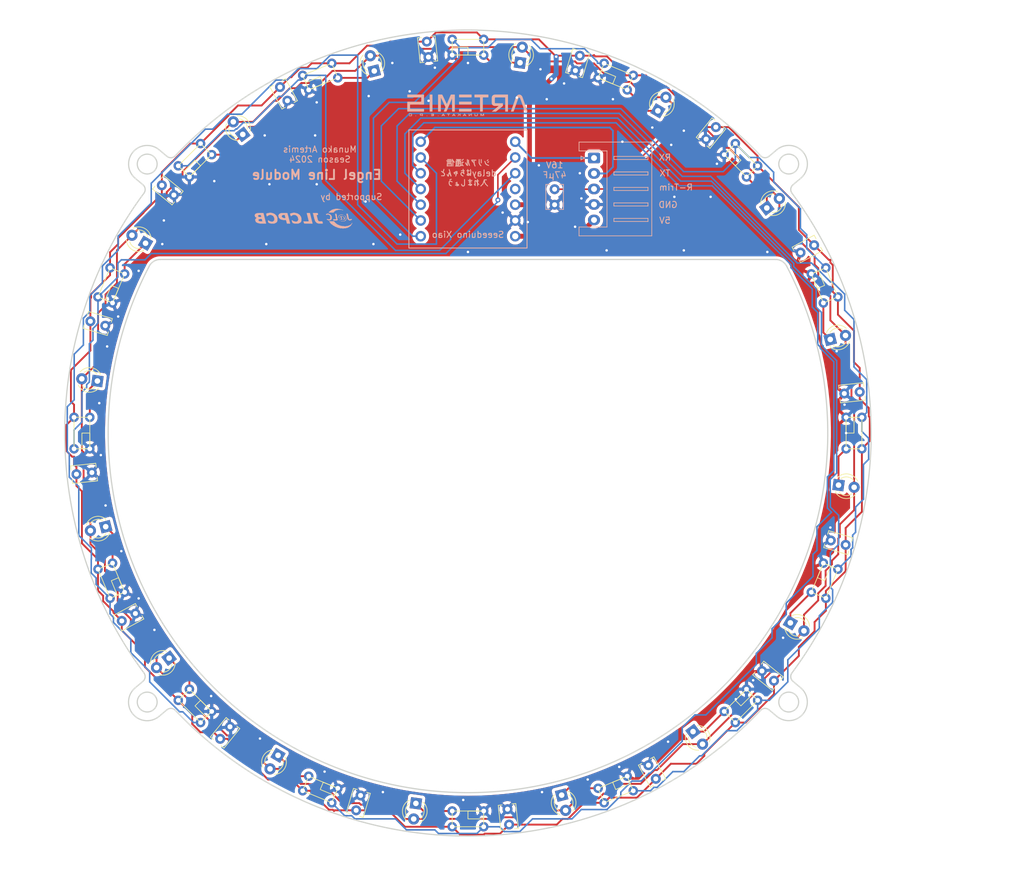
<source format=kicad_pcb>
(kicad_pcb (version 20211014) (generator pcbnew)
  (layers (0 "F.Cu" signal) (31 "B.Cu" signal) (34 "B.Paste" user) (35 "F.Paste" user) (36 "B.SilkS" user "B.Silkscreen") (37 "F.SilkS" user "F.Silkscreen") (38 "B.Mask" user) (39 "F.Mask" user) (44 "Edge.Cuts" user))
  (net 0 "")
  (net 1 "+3.3V")
  (net 2 "GND")
  (net 3 "R-Trim")
  (net 4 "Net-(D1-Pad1)")
  (net 5 "Net-(D2-Pad1)")
  (net 6 "Net-(D3-Pad1)")
  (net 7 "Net-(D4-Pad1)")
  (net 8 "Net-(D5-Pad1)")
  (net 9 "Net-(D6-Pad1)")
  (net 10 "Net-(D7-Pad1)")
  (net 11 "Net-(D8-Pad1)")
  (net 12 "Net-(D9-Pad1)")
  (net 13 "Net-(D10-Pad1)")
  (net 14 "Net-(D11-Pad1)")
  (net 15 "Net-(D12-Pad1)")
  (net 16 "Net-(D13-Pad1)")
  (net 17 "Net-(D14-Pad1)")
  (net 18 "Net-(D15-Pad1)")
  (net 19 "Net-(D16-Pad1)")
  (net 20 "RX")
  (net 21 "TX")
  (net 22 "D0")
  (net 23 "D1")
  (net 24 "D2")
  (net 25 "D3")
  (net 26 "D4")
  (net 27 "D5")
  (net 28 "D6")
  (net 29 "D7")
  (net 31 "+5V")
  (footprint "LED_THT:LED_D3.0mm_Clear" (layer "F.Cu") (at 213.343506 81.475826 14.5)
    (fp_text reference "D4" hide)
    (fp_text value "LED" hide)
  )
  (footprint "Line_Sensor:Line_Sensor" (layer "F.Cu") (at 106.445203 145.074797 135)
    (fp_text reference "U11" hide)
    (fp_text value "Line_sennsor" hide)
  )
  (footprint "LED_THT:LED_D3.0mm_Clear" (layer "F.Cu") (at 118.638518 48.406306 127)
    (fp_text reference "D15" hide)
    (fp_text value "LED" hide)
  )
  (footprint "Capacitor_THT:C_Disc_D3.8mm_W2.6mm_P2.50mm" (layer "F.Cu") (at 204.27478 136.530517 141)
    (fp_text reference "C7" hide)
    (fp_text value "C_Small" hide)
  )
  (footprint "Line_Sensor:Line_Sensor" (layer "F.Cu") (at 86.358 96.58 90)
    (fp_text reference "U13" hide)
    (fp_text value "Line_sennsor" hide)
  )
  (footprint "LED_THT:LED_D3.0mm_Clear" (layer "F.Cu") (at 203.115291 60.277314 37)
    (fp_text reference "D3" hide)
    (fp_text value "LED" hide)
  )
  (footprint "LED_THT:LED_D3.0mm_Clear" (layer "F.Cu") (at 163.3352 36.84505 82)
    (fp_text reference "D1" hide)
    (fp_text value "LED" hide)
  )
  (footprint "Line_Sensor:Line_Sensor" (layer "F.Cu") (at 223.522 96.58 -90)
    (fp_text reference "U5" hide)
    (fp_text value "Line_sennsor" hide)
  )
  (footprint "LED_THT:LED_D3.0mm_Clear" (layer "F.Cu") (at 95.202079 88.184383 172)
    (fp_text reference "D13" hide)
    (fp_text value "LED" hide)
  )
  (footprint "Line_Sensor:Line_Sensor" (layer "F.Cu") (at 218.301506 122.825195 -112.5)
    (fp_text reference "U6" hide)
    (fp_text value "Line_sennsor" hide)
  )
  (footprint "Capacitor_THT:C_Disc_D3.8mm_W2.6mm_P2.50mm" (layer "F.Cu") (at 172.969862 35.712206 -106.5)
    (fp_text reference "C2" hide)
    (fp_text value "C_Small" hide)
  )
  (footprint "Capacitor_THT:C_Disc_D3.8mm_W2.6mm_P2.50mm" (layer "F.Cu") (at 218.094129 89.942234 -174)
    (fp_text reference "C5" hide)
    (fp_text value "C_Small" hide)
  )
  (footprint "Line_Sensor:Line_Sensor" (layer "F.Cu") (at 128.694805 159.941506 157.5)
    (fp_text reference "U10" hide)
    (fp_text value "Line_sennsor" hide)
  )
  (footprint "Capacitor_THT:C_Disc_D3.8mm_W2.6mm_P2.50mm" (layer "F.Cu") (at 124.639464 40.773356 -61.5)
    (fp_text reference "C16" hide)
    (fp_text value "C_Small" hide)
  )
  (footprint "LED_THT:LED_D3.0mm_Clear" (layer "F.Cu") (at 146.5448 156.31495 -98)
    (fp_text reference "D9" hide)
    (fp_text value "LED" hide)
  )
  (footprint "Line_Sensor:Line_Sensor" (layer "F.Cu") (at 181.185195 159.941506 -157.5)
    (fp_text reference "U8" hide)
    (fp_text value "Line_sennsor" hide)
  )
  (footprint "Line_Sensor:Line_Sensor" (layer "F.Cu") (at 203.434797 145.074797 -135)
    (fp_text reference "U7" hide)
    (fp_text value "Line_sennsor" hide)
  )
  (footprint "Line_Sensor:Line_Sensor" (layer "F.Cu") (at 181.185195 33.218494 -22.5)
    (fp_text reference "U2" hide)
    (fp_text value "Line_sennsor" hide)
  )
  (footprint "Capacitor_THT:C_Disc_D3.8mm_W2.6mm_P2.50mm" (layer "F.Cu") (at 185.221449 152.351492 118.5)
    (fp_text reference "C8" hide)
    (fp_text value "C_Small" hide)
  )
  (footprint "Line_Sensor:Line_Sensor" (layer "F.Cu") (at 91.578494 122.825195 112.5)
    (fp_text reference "U12" hide)
    (fp_text value "Line_sennsor" hide)
  )
  (footprint "Line_Sensor:Line_Sensor" (layer "F.Cu") (at 203.434797 48.085203 -45)
    (fp_text reference "U3" hide)
    (fp_text value "Line_sennsor" hide)
  )
  (footprint "Line_Sensor:Line_Sensor" (layer "F.Cu") (at 154.94 165.162 180)
    (fp_text reference "U9" hide)
    (fp_text value "Line_sennsor" hide)
  )
  (footprint "LED_THT:LED_D3.0mm_Clear" (layer "F.Cu") (at 191.224631 144.731332 -53)
    (fp_text reference "D7" hide)
    (fp_text value "LED" hide)
  )
  (footprint "Capacitor_THT:C_Disc_D3.8mm_W2.6mm_P2.50mm" (layer "F.Cu") (at 115.002069 145.899237 51)
    (fp_text reference "C11" hide)
    (fp_text value "C_Small" hide)
  )
  (footprint "LED_THT:LED_D3.0mm_Clear" (layer "F.Cu") (at 124.322748 148.557779 -120.5)
    (fp_text reference "D10" hide)
    (fp_text value "LED" hide)
  )
  (footprint "Capacitor_THT:C_Disc_D3.8mm_W2.6mm_P2.50mm" (layer "F.Cu") (at 136.915818 157.428618 73.5)
    (fp_text reference "C10" hide)
    (fp_text value "C_Small" hide)
  )
  (footprint "Line_Sensor:Line_Sensor" (layer "F.Cu") (at 218.301506 70.334805 -67.5)
    (fp_text reference "U4" hide)
    (fp_text value "Line_sennsor" hide)
  )
  (footprint "Capacitor_THT:C_Disc_D3.8mm_W2.6mm_P2.50mm" (layer "F.Cu") (at 161.577766 159.734129 96)
    (fp_text reference "C9" hide)
    (fp_text value "C_Small" hide)
  )
  (footprint "Line_Sensor:Line_Sensor" (layer "F.Cu") (at 91.578494 70.334805 67.5)
    (fp_text reference "U14" hide)
    (fp_text value "Line_sennsor" hide)
  )
  (footprint "Capacitor_THT:C_Disc_D3.8mm_W2.6mm_P2.50mm" (layer "F.Cu") (at 148.304324 33.445761 -84)
    (fp_text reference "C1" hide)
    (fp_text value "C_Small" hide)
  )
  (footprint "LED_THT:LED_D3.0mm_Clear" (layer "F.Cu") (at 185.555729 44.604806 59.5)
    (fp_text reference "D2" hide)
    (fp_text value "LED" hide)
  )
  (footprint "Capacitor_THT:C_Disc_D3.8mm_W2.6mm_P2.50mm" (layer "F.Cu") (at 99.133356 126.880536 28.5)
    (fp_text reference "C12" hide)
    (fp_text value "C_Small" hide)
  )
  (footprint "LED_THT:LED_D3.0mm_Clear" (layer "F.Cu") (at 214.677921 104.975617 -8)
    (fp_text reference "D5" hide)
    (fp_text value "LED" hide)
  )
  (footprint "LED_THT:LED_D3.0mm_Clear" (layer "F.Cu") (at 139.836577 38.179398 104.5)
    (fp_text reference "D16" hide)
    (fp_text value "LED" hide)
  )
  (footprint "Capacitor_THT:C_Disc_D3.8mm_W2.6mm_P2.50mm" (layer "F.Cu") (at 194.903103 47.229677 -129)
    (fp_text reference "C3" hide)
    (fp_text value "C_Small" hide)
  )
  (footprint "Line_Sensor:Line_Sensor" (layer "F.Cu") (at 106.445203 48.085203 45)
    (fp_text reference "U15" hide)
    (fp_text value "Line_sennsor" hide)
  )
  (footprint "LED_THT:LED_D3.0mm_Clear" (layer "F.Cu") (at 96.539398 111.683423 -165.5)
    (fp_text reference "D12" hide)
    (fp_text value "LED" hide)
  )
  (footprint "Capacitor_THT:C_Disc_D3.8mm_W2.6mm_P2.50mm" (layer "F.Cu") (at 215.826971 114.615542 163.5)
    (fp_text reference "C6" hide)
    (fp_text value "C_Small" hide)
  )
  (footprint "Capacitor_THT:C_Disc_D3.8mm_W2.6mm_P2.50mm" (layer "F.Cu") (at 91.825651 103.213585 6)
    (fp_text reference "C13" hide)
    (fp_text value "C_Small" hide)
  )
  (footprint "Capacitor_THT:C_Disc_D3.8mm_W2.6mm_P2.50mm" (layer "F.Cu") (at 105.589677 56.616897 -39)
    (fp_text reference "C15" hide)
    (fp_text value "C_Small" hide)
  )
  (footprint "Line_Sensor:Line_Sensor" (layer "F.Cu") (at 154.94 27.998)
    (fp_text reference "U1" hide)
    (fp_text value "Line_sennsor" hide)
  )
  (footprint "Capacitor_THT:C_Disc_D3.8mm_W2.6mm_P2.50mm" (layer "F.Cu") (at 94.072206 78.550138 -16.5)
    (fp_text reference "C14" hide)
    (fp_text value "C_Small" hide)
  )
  (footprint "LED_THT:LED_D3.0mm_Clear" (layer "F.Cu") (at 206.915194 127.195729 -30.5)
    (fp_text reference "D6" hide)
    (fp_text value "LED" hide)
  )
  (footprint "Capacitor_THT:C_Disc_D3.8mm_W2.6mm_P2.50mm" (layer "F.Cu") (at 210.746644 66.279464 -151.5)
    (fp_text reference "C4" hide)
    (fp_text value "C_Small" hide)
  )
  (footprint "LED_THT:LED_D3.0mm_Clear" (layer "F.Cu") (at 106.764709 132.882686 -143)
    (fp_text reference "D11" hide)
    (fp_text value "LED" hide)
  )
  (footprint "Line_Sensor:Line_Sensor" (layer "F.Cu") (at 128.694805 33.218494 22.5)
    (fp_text reference "U16" hide)
    (fp_text value "Line_sennsor" hide)
  )
  (footprint "LED_THT:LED_D3.0mm_Clear" (layer "F.Cu") (at 170.043423 154.980602 -75.5)
    (fp_text reference "D8" hide)
    (fp_text value "LED" hide)
  )
  (footprint "LED_THT:LED_D3.0mm_Clear" (layer "F.Cu") (at 102.964806 65.964271 149.5)
    (fp_text reference "D14" hide)
    (fp_text value "LED" hide)
  )
  (footprint "Connector_JST:JST_XH_S5B-XH-A_1x05_P2.50mm_Horizontal" (layer "B.Cu") (at 175.26 52.21 -90)
    (fp_text reference "J1" hide)
    (fp_text value "Conn_01x05_Female" hide)
  )
  (footprint "Artemis_Logo:Artemis_Logo" (layer "B.Cu") (at 156.21 43.24 180)
    (fp_text reference "G***" hide)
    (fp_text value "LOGO" hide)
  )
  (footprint "Seeeduino_Xiao:seeeduinoXIAO" (layer "B.Cu") (at 154.94 57.21 180)
    (fp_text reference "U17" hide)
    (fp_text value "SeeeduinoXIAO" hide)
  )
  (footprint "Capacitor_THT:C_Disc_D3.8mm_W2.6mm_P2.50mm" (layer "B.Cu") (at 168.91 59.75 90)
    (fp_text reference "C17" hide)
    (fp_text value "C_Small" hide)
  )
  (footprint "_Others:JLCPCB" (layer "B.Cu") (at 128.524 62.036 180)
    (fp_text reference "G***" hide)
    (fp_text value "LOGO" hide)
  )
  (gr_rect (start 145.415 47.685) (end 164.465 66.735) (layer "B.SilkS") (width 0.15) (fill none))
  (gr_arc (start 207.334357 136.627864) (mid 206.98405 135.979137) (end 207.173551 135.26664) (layer "Edge.Cuts") (width 0.2))
  (gr_arc (start 102.545644 56.532136) (mid 102.895979 57.180866) (end 102.706449 57.893359) (layer "Edge.Cuts") (width 0.2))
  (gr_arc (start 102.706449 135.26664) (mid 89.94 96.579999) (end 102.706449 57.893359) (layer "Edge.Cuts") (width 0.2))
  (gr_arc (start 102.706449 135.26664) (mid 102.895946 135.97913) (end 102.545643 136.627864) (layer "Edge.Cuts") (width 0.2))
  (gr_arc (start 107.770836 51.857858) (mid 107.102081 52.168167) (end 106.402369 51.93587) (layer "Edge.Cuts") (width 0.2))
  (gr_line (start 101.303638 55.489969) (end 102.545644 56.532136) (layer "Edge.Cuts") (width 0.2))
  (gr_arc (start 103.570242 69.651428) (mid 104.306516 68.868698) (end 105.341613 68.58) (layer "Edge.Cuts") (width 0.2))
  (gr_circle (center 103.232 53.191836) (end 101.632 53.191836) (layer "Edge.Cuts") (width 0.2) (fill none))
  (gr_line (start 204.719638 50.893704) (end 203.477631 51.93587) (layer "Edge.Cuts") (width 0.2))
  (gr_arc (start 107.770836 51.857858) (mid 154.94 31.58) (end 202.109164 51.857858) (layer "Edge.Cuts") (width 0.2))
  (gr_line (start 106.402369 51.93587) (end 105.160362 50.893704) (layer "Edge.Cuts") (width 0.2))
  (gr_circle (center 103.232 139.968164) (end 101.632 139.968164) (layer "Edge.Cuts") (width 0.2) (fill none))
  (gr_arc (start 202.109165 141.302141) (mid 154.94 161.58) (end 107.770835 141.302141) (layer "Edge.Cuts") (width 0.2))
  (gr_arc (start 204.538387 68.58) (mid 205.573485 68.868693) (end 206.309758 69.651428) (layer "Edge.Cuts") (width 0.2))
  (gr_line (start 102.545643 136.627864) (end 101.303638 137.670031) (layer "Edge.Cuts") (width 0.2))
  (gr_arc (start 208.576362 137.670031) (mid 208.946132 141.896525) (end 204.719638 142.266296) (layer "Edge.Cuts") (width 0.2))
  (gr_arc (start 105.160362 142.266296) (mid 100.933865 141.896524) (end 101.303638 137.670031) (layer "Edge.Cuts") (width 0.2))
  (gr_arc (start 207.173551 57.893359) (mid 206.984049 57.180863) (end 207.334356 56.532136) (layer "Edge.Cuts") (width 0.2))
  (gr_line (start 208.576362 137.670031) (end 207.334357 136.627864) (layer "Edge.Cuts") (width 0.2))
  (gr_arc (start 202.109165 141.302141) (mid 202.77793 140.991795) (end 203.477632 141.22413) (layer "Edge.Cuts") (width 0.2))
  (gr_arc (start 203.477631 51.93587) (mid 202.777929 52.168204) (end 202.109164 51.857858) (layer "Edge.Cuts") (width 0.2))
  (gr_line (start 203.477632 141.22413) (end 204.719638 142.266296) (layer "Edge.Cuts") (width 0.2))
  (gr_line (start 207.334356 56.532136) (end 208.576362 55.489969) (layer "Edge.Cuts") (width 0.2))
  (gr_arc (start 204.719638 50.893704) (mid 208.946133 51.263475) (end 208.576362 55.489969) (layer "Edge.Cuts") (width 0.2))
  (gr_line (start 105.160362 142.266296) (end 106.402368 141.22413) (layer "Edge.Cuts") (width 0.2))
  (gr_arc (start 101.303638 55.489969) (mid 100.933846 51.26342) (end 105.160362 50.893704) (layer "Edge.Cuts") (width 0.2))
  (gr_circle (center 206.648 53.191836) (end 205.048 53.191836) (layer "Edge.Cuts") (width 0.2) (fill none))
  (gr_arc (start 207.173551 57.893359) (mid 219.94 96.58) (end 207.173551 135.26664) (layer "Edge.Cuts") (width 0.2))
  (gr_circle (center 206.648 139.968164) (end 205.048 139.968164) (layer "Edge.Cuts") (width 0.2) (fill none))
  (gr_arc (start 106.402368 141.22413) (mid 107.102083 140.991771) (end 107.770835 141.302141) (layer "Edge.Cuts") (width 0.2))
  (gr_line (start 204.538387 68.58) (end 105.341613 68.58) (layer "Edge.Cuts") (width 0.2))
  (gr_arc (start 206.309758 69.651428) (mid 154.94 154.58) (end 103.570242 69.651428) (layer "Edge.Cuts") (width 0.2))
  (gr_text "RX" (at 186.69 52.13) (layer "B.SilkS") (effects (font (size 1 1)) (justify mirror)))
  (gr_text "GND" (at 187.198 59.75) (layer "B.SilkS") (effects (font (size 1 1)) (justify mirror)))
  (gr_text "Engel Line Module" (at 130.556 54.924) (layer "B.SilkS") (effects (font (size 1.5 1.5) (thickness 0.3)) (justify mirror)))
  (gr_text "シリアル通信\ndelayはちゃんと\n入れましょう\n" (at 154.94 54.67) (layer "B.SilkS") (effects (font (size 1 1)) (justify mirror)))
  (gr_text "Supported by" (at 136.144 58.48) (layer "B.SilkS") (effects (font (size 1 1)) (justify mirror)))
  (gr_text "Seeeduino Xiao" (at 154.94 64.576) (layer "B.SilkS") (effects (font (size 1 1)) (justify mirror)))
  (gr_text "R-Trim" (at 188.468 56.956) (layer "B.SilkS") (effects (font (size 1 1)) (justify mirror)))
  (gr_text "TX" (at 186.69 54.67) (layer "B.SilkS") (effects (font (size 1 1)) (justify mirror)))
  (gr_text "16V\n47μF" (at 168.91 54.162) (layer "B.SilkS") (effects (font (size 1 1)) (justify mirror)))
  (gr_text "5V" (at 186.69 62.29) (layer "B.SilkS") (effects (font (size 1 1)) (justify mirror)))
  (gr_text "Munako Artemis\nSeason 2024" (at 131.064 51.622) (layer "B.SilkS") (effects (font (size 1 1)) (justify mirror)))
  (segment (start 175.26 35.62) (end 175.467786 35.827786) (width 0.3) (layer "F.Cu") (net 1))
  (segment (start 102.616 61.02) (end 105.589677 58.046323) (width 0.3) (layer "F.Cu") (net 1))
  (segment (start 169.002206 35.712206) (end 172.969862 35.712206) (width 0.3) (layer "F.Cu") (net 1))
  (segment (start 96.131818 122.830593) (end 95.27172 121.970495) (width 0.3) (layer "F.Cu") (net 1))
  (segment (start 90.17 99.424606) (end 90.17 95.308) (width 0.3) (layer "F.Cu") (net 1))
  (segment (start 127.951395 37.652) (end 129.032 37.652) (width 0.3) (layer "F.Cu") (net 1))
  (segment (start 138.684 34.096) (end 141.732 34.096) (width 0.3) (layer "F.Cu") (net 1))
  (segment (start 115.002069 145.899237) (end 113.942832 144.84) (width 0.3) (layer "F.Cu") (net 1))
  (segment (start 177.355115 35.827786) (end 180.411147 38.883818) (width 0.3) (layer "F.Cu") (net 1))
  (segment (start 156.368 31.966) (end 157.48 33.078) (width 0.3) (layer "F.Cu") (net 1))
  (segment (start 126.492 39.176) (end 126.492 39.111395) (width 0.3) (layer "F.Cu") (net 1))
  (segment (start 97.79 125.53718) (end 97.79 125.346605) (width 0.3) (layer "F.Cu") (net 1))
  (segment (start 180.411147 38.883818) (end 181.587817 38.883818) (width 0.3) (layer "F.Cu") (net 1))
  (segment (start 135.840214 36.939786) (end 135.8646 36.9154) (width 0.3) (layer "F.Cu") (net 1))
  (segment (start 160.117895 161.194) (end 157.636 161.194) (width 0.3) (layer "F.Cu") (net 1))
  (segment (start 217.17 85.15) (end 218.094129 86.074129) (width 0.3) (layer "F.Cu") (net 1))
  (segment (start 162.56 59.75) (end 164.592 59.75) (width 0.8) (layer "F.Cu") (net 1))
  (segment (start 99.133356 128.403356) (end 99.133356 126.880536) (width 0.3) (layer "F.Cu") (net 1))
  (segment (start 215.826971 118.860358) (end 212.636182 122.051147) (width 0.3) (layer "F.Cu") (net 1))
  (segment (start 164.846 59.496) (end 164.846 43.748) (width 0.8) (layer "F.Cu") (net 1))
  (segment (start 218.443202 99.121202) (end 218.443202 109.276798) (width 0.3) (layer "F.Cu") (net 1))
  (segment (start 166.368 33.078) (end 169.002206 35.712206) (width 0.3) (layer "F.Cu") (net 1))
  (segment (start 213.36 69.083395) (end 213.748182 69.471577) (width 0.3) (layer "F.Cu") (net 1))
  (segment (start 149.784085 31.966) (end 156.368 31.966) (width 0.3) (layer "F.Cu") (net 1))
  (segment (start 102.87 134.312888) (end 102.87 132.14) (width 0.3) (layer "F.Cu") (net 1))
  (segment (start 152.4 160.082) (end 144.782 160.082) (width 0.3) (layer "F.Cu") (net 1))
  (segment (start 91.44 100.39) (end 91.135394 100.39) (width 0.3) (layer "F.Cu") (net 1))
  (segment (start 173.666638 156.220214) (end 171.076852 158.81) (width 0.3) (layer "F.Cu") (net 1))
  (segment (start 191.77 149.92) (end 187.652941 149.92) (width 0.3) (layer "F.Cu") (net 1))
  (segment (start 133.461382 157.428618) (end 133.35 157.54) (width 0.3) (layer "F.Cu") (net 1))
  (segment (start 169.255871 159.734129) (end 161.577766 159.734129) (width 0.3) (layer "F.Cu") (net 1))
  (segment (start 91.135394 100.39) (end 90.17 99.424606) (width 0.3) (layer "F.Cu") (net 1))
  (segment (start 199.681254 143.278746) (end 198.046643 143.278746) (width 0.3) (layer "F.Cu") (net 1))
  (segment (start 95.27172 121.970495) (end 95.299786 121.942429) (width 0.3) (layer "F.Cu") (net 1))
  (segment (start 161.577766 159.734129) (end 160.117895 161.194) (width 0.3) (layer "F.Cu") (net 1))
  (segment (start 194.903103 47.229677) (end 196.967672 47.229677) (width 0.3) (layer "F.Cu") (net 1))
  (segment (start 185.221449 152.351492) (end 182.184759 155.388182) (width 0.3) (layer "F.Cu") (net 1))
  (segment (start 185.42 40.7) (end 186.896375 40.7) (width 0.3) (layer "F.Cu") (net 1))
  (segment (start 117.856 43.748) (end 121.66482 43.748) (width 0.3) (layer "F.Cu") (net 1))
  (segment (start 126.492 39.111395) (end 127.951395 37.652) (width 0.3) (layer "F.Cu") (net 1))
  (segment (start 218.442 99.12) (end 218.443202 99.121202) (width 0.3) (layer "F.Cu") (net 1))
  (segment (start 91.44 101.66) (end 91.44 100.39) (width 0.3) (layer "F.Cu") (net 1))
  (segment (start 113.942832 144.84) (end 111.822005 144.84) (width 0.3) (layer "F.Cu") (net 1))
  (segment (start 105.589677 58.046323) (end 105.589677 56.616897) (width 0.3) (layer "F.Cu") (net 1))
  (segment (start 208.28 63.81282) (end 210.746644 66.279464) (width 0.3) (layer "F.Cu") (net 1))
  (segment (start 102.616 61.067625) (end 102.616 61.02) (width 0.3) (layer "F.Cu") (net 1))
  (segment (start 91.825651 102.045651) (end 91.44 101.66) (width 0.3) (layer "F.Cu") (net 1))
  (segment (start 94.072206 83.279794) (end 94.072206 78.550138) (width 0.3) (layer "F.Cu") (net 1))
  (segment (start 103.632 135.074888) (end 102.87 134.312888) (width 0.3) (layer "F.Cu") (net 1))
  (segment (start 92.71 105.978) (end 91.825651 105.093651) (width 0.3) (layer "F.Cu") (net 1))
  (segment (start 105.589677 56.616897) (end 105.589677 54.490323) (width 0.3) (layer "F.Cu") (net 1))
  (segment (start 208.28 132.525297) (end 204.27478 136.530517) (width 0.3) (layer "F.Cu") (net 1))
  (segment (start 97.243818 71.108853) (end 97.243818 69.932183) (width 0.3) (layer "F.Cu") (net 1))
  (segment (start 196.967672 47.229677) (end 201.638746 51.900751) (width 0.3) (layer "F.Cu") (net 1))
  (segment (start 219.71 94.04) (end 219.71 97.852) (width 0.3) (layer "F.Cu") (net 1))
  (segment (start 215.826971 111.893029) (end 215.826971 114.615542) (width 0.3) (layer "F.Cu") (net 1))
  (segment (start 97.243818 67.408182) (end 98.552 66.1) (width 0.3) (layer "F.Cu") (net 1))
  (segment (start 218.094129 91.073604) (end 219.554 92.533475) (width 0.3) (layer "F.Cu") (net 1))
  (segment (start 94.072206 78.550138) (end 94.072206 74.85158) (width 0.3) (layer "F.Cu") (net 1))
  (segment (start 157.636 161.194) (end 157.48 161.35) (width 0.3) (layer "F.Cu") (net 1))
  (segment (start 111.822005 144.84) (end 110.49 143.507995) (width 0.3) (layer "F.Cu") (net 1))
  (segment (start 181.587817 38.883818) (end 183.603818 38.883818) (width 0.3) (layer "F.Cu") (net 1))
  (segment (start 218.443202 109.276798) (end 215.826971 111.893029) (width 0.3) (layer "F.Cu") (net 1))
  (segment (start 148.304324 33.445761) (end 149.784085 31.966) (width 0.3) (layer "F.Cu") (net 1))
  (segment (start 90.17 95.308) (end 91.438 94.04) (width 0.3) (layer "F.Cu") (net 1))
  (segment (start 135.8646 36.9154) (end 138.684 34.096) (width 0.3) (layer "F.Cu") (net 1))
  (segment (start 204.27478 138.68522) (end 199.681254 143.278746) (width 0.3) (layer "F.Cu") (net 1))
  (segment (start 208.28 131.076375) (end 208.28 132.525297) (width 0.3) (layer "F.Cu") (net 1))
  (segment (start 116.332 45.272) (end 117.856 43.748) (width 0.3) (layer "F.Cu") (net 1))
  (segment (start 129.032 37.652) (end 129.744214 36.939786) (width 0.3) (layer "F.Cu") (net 1))
  (segment (start 210.82 128.536375) (end 208.28 131.076375) (width 0.3) (layer "F.Cu") (net 1))
  (segment (start 214.580214 77.480214) (end 217.17 80.07) (width 0.3) (layer "F.Cu") (net 1))
  (segment (start 213.36 68.64) (end 213.36 69.083395) (width 0.3) (layer "F.Cu") (net 1))
  (segment (start 183.603818 38.883818) (end 185.42 40.7) (width 0.3) (layer "F.Cu") (net 1))
  (segment (start 213.748182 73.793459) (end 214.580214 74.625491) (width 0.3) (layer "F.Cu") (net 1))
  (segment (start 126.476001 152.46) (end 122.703759 152.46) (width 0.3) (layer "F.Cu") (net 1))
  (segment (start 177.726541 155.388182) (end 176.894509 156.220214) (width 0.3) (layer "F.Cu") (net 1))
  (segment (start 144.782 160.082) (end 142.128618 157.428618) (width 0.3) (layer "F.Cu") (net 1))
  (segment (start 95.299786 118.534509) (end 95.299786 116.949786) (width 0.3) (layer "F.Cu") (net 1))
  (segment (start 210.82 127.06) (end 210.82 128.536375) (width 0.3) (layer "F.Cu") (net 1))
  (segment (start 116.332 45.382611) (end 116.332 45.272) (width 0.3) (layer "F.Cu") (net 1))
  (segment (start 164.846 42.986) (end 168.402 39.43) (width 0.8) (layer "F.Cu") (net 1))
  (segment (start 129.744214 36.939786) (end 132.985491 36.939786) (width 0.3) (layer "F.Cu") (net 1))
  (segment (start 142.128618 157.428618) (end 136.915818 157.428618) (width 0.3) (layer "F.Cu") (net 1))
  (segment (start 96.131818 123.688423) (end 96.131818 122.830593) (width 0.3) (layer "F.Cu") (net 1))
  (segment (start 193.426052 47.229677) (end 194.903103 47.229677) (width 0.3) (layer "F.Cu") (net 1))
  (segment (start 94.072206 74.85158) (end 94.187786 74.736) (width 0.3) (layer "F.Cu") (net 1))
  (segment (start 201.638746 51.900751) (end 201.638746 53.473357) (width 0.3) (layer "F.Cu") (net 1))
  (segment (start 193.04 148.285389) (end 193.04 148.65) (width 0.3) (layer "F.Cu") (net 1))
  (segment (start 95.299786 116.949786) (end 92.71 114.36) (width 0.3) (layer "F.Cu") (net 1))
  (segment (start 215.826971 114.615542) (end 215.826971 118.860358) (width 0.3) (layer "F.Cu") (net 1))
  (segment (start 102.87 132.14) (end 99.133356 128.403356) (width 0.3) (layer "F.Cu") (net 1))
  (segment (start 217.17 80.07) (end 217.17 85.15) (width 0.3) (layer "F.Cu") (net 1))
  (segment (start 141.732 34.096) (end 142.382239 33.445761) (width 0.3) (layer "F.Cu") (net 1))
  (segment (start 95.299786 121.942429) (end 95.299786 118.534509) (width 0.3) (layer "F.Cu") (net 1))
  (segment (start 92.71 114.36) (end 92.71 105.978) (width 0.3) (layer "F.Cu") (net 1))
  (segment (start 212.636182 125.243818) (end 210.82 127.06) (width 0.3) (layer "F.Cu") (net 1))
  (segment (start 172.969862 35.712206) (end 175.167794 35.712206) (width 0.3) (layer "F.Cu") (net 1))
  (segment (start 136.915818 157.428618) (end 133.461382 157.428618) (width 0.3) (layer "F.Cu") (net 1))
  (segment (start 176.894509 156.220214) (end 173.666638 156.220214) (width 0.3) (layer "F.Cu") (net 1))
  (segment (start 198.046643 143.278746) (end 193.04 148.285389) (width 0.3) (layer "F.Cu") (net 1))
  (segment (start 164.846 43.748) (end 164.846 42.986) (width 0.8) (layer "F.Cu") (net 1))
  (segment (start 175.167794 35.712206) (end 175.26 35.62) (width 0.3) (layer "F.Cu") (net 1))
  (segment (start 193.04 148.65) (end 191.77 149.92) (width 0.3) (layer "F.Cu") (net 1))
  (segment (start 103.632 135.077389) (end 103.632 135.074888) (width 0.3) (layer "F.Cu") (net 1))
  (segment (start 219.554 92.533475) (end 219.554 93.884) (width 0.3) (layer "F.Cu") (net 1))
  (segment (start 90.932 86.42) (end 94.072206 83.279794) (width 0.3) (layer "F.Cu") (net 1))
  (segment (start 170.18 158.81) (end 169.255871 159.734129) (width 0.3) (layer "F.Cu") (net 1))
  (segment (start 157.48 161.35) (end 153.668 161.35) (width 0.3) (layer "F.Cu") (net 1))
  (segment (start 212.636182 122.051147) (end 212.636182 123.227817) (width 0.3) (layer "F.Cu") (net 1))
  (segment (start 219.554 93.884) (end 219.71 94.04) (width 0.3) (layer "F.Cu") (net 1))
  (segment (start 164.592 59.75) (end 164.846 59.496) (width 0.8) (layer "F.Cu") (net 1))
  (segment (start 126.23682 39.176) (end 126.492 39.176) (width 0.3) (layer "F.Cu") (net 1))
  (segment (start 91.438 94.04) (end 91.438 92.006) (width 0.3) (layer "F.Cu") (net 1))
  (segment (start 219.71 97.852) (end 218.442 99.12) (width 0.3) (layer "F.Cu") (net 1))
  (segment (start 142.382239 33.445761) (end 148.304324 33.445761) (width 0.3) (layer "F.Cu") (net 1))
  (segment (start 110.49 143.507995) (end 110.49 141.935389) (width 0.3) (layer "F.Cu") (net 1))
  (segment (start 133.35 157.54) (end 133.142214 157.332214) (width 0.3) (layer "F.Cu") (net 1))
  (segment (start 98.552 65.131625) (end 102.616 61.067625) (width 0.3) (layer "F.Cu") (net 1))
  (segment (start 91.825651 103.213585) (end 91.825651 102.045651) (width 0.3) (layer "F.Cu") (net 1))
  (segment (start 153.668 161.35) (end 152.4 160.082) (width 0.3) (layer "F.Cu") (net 1))
  (segment (start 204.27478 136.530517) (end 204.27478 138.68522) (width 0.3) (layer "F.Cu") (net 1))
  (segment (start 175.467786 35.827786) (end 177.355115 35.827786) (width 0.3) (layer "F.Cu") (net 1))
  (segment (start 91.438 92.006) (end 90.932 91.5) (width 0.3) (layer "F.Cu") (net 1))
  (segment (start 218.094129 86.074129) (end 218.094129 89.942234) (width 0.3) (layer "F.Cu") (net 1))
  (segment (start 111.833357 49.881254) (end 116.332 45.382611) (width 0.3) (layer "F.Cu") (net 1))
  (segment (start 105.589677 54.490323) (end 110.198746 49.881254) (width 0.3) (layer "F.Cu") (net 1))
  (segment (start 116.142996 145.899237) (end 115.002069 145.899237) (width 0.3) (layer "F.Cu") (net 1))
  (segment (start 213.10718 68.64) (end 213.36 68.64) (width 0.3) (layer "F.Cu") (net 1))
  (segment (start 132.985491 36.939786) (end 135.840214 36.939786) (width 0.3) (layer "F.Cu") (net 1))
  (segment (start 99.133356 126.880536) (end 97.79 125.53718) (width 0.3) (layer "F.Cu") (net 1))
  (segment (start 218.094129 89.942234) (end 218.094129 91.073604) (width 0.3) (layer "F.Cu") (net 1))
  (segment (start 121.66482 43.748) (end 124.639464 40.773356) (width 0.3) (layer "F.Cu") (net 1))
  (segment (start 201.638746 53.473357) (end 208.28 60.114611) (width 0.3) (layer "F.Cu") (net 1))
  (segment (start 90.932 91.5) (end 90.932 86.42) (width 0.3) (layer "F.Cu") (net 1))
  (segment (start 182.184759 155.388182) (end 177.726541 155.388182) (width 0.3) (layer "F.Cu") (net 1))
  (segment (start 186.896375 40.7) (end 193.426052 47.229677) (width 0.3) (layer "F.Cu") (net 1))
  (segment (start 210.746644 66.279464) (end 213.10718 68.64) (width 0.3) (layer "F.Cu") (net 1))
  (segment (start 94.187786 74.164885) (end 97.243818 71.108853) (width 0.3) (layer "F.Cu") (net 1))
  (segment (start 97.79 125.346605) (end 96.131818 123.688423) (width 0.3) (layer "F.Cu") (net 1))
  (segment (start 212.636182 123.227817) (end 212.636182 125.243818) (width 0.3) (layer "F.Cu") (net 1))
  (segment (start 129.468853 154.276182) (end 128.292183 154.276182) (width 0.3) (layer "F.Cu") (net 1))
  (segment (start 133.142214 157.332214) (end 132.524885 157.332214) (width 0.3) (layer "F.Cu") (net 1))
  (segment (start 124.639464 40.773356) (end 126.23682 39.176) (width 0.3) (layer "F.Cu") (net 1))
  (segment (start 187.652941 149.92) (end 185.221449 152.351492) (width 0.3) (layer "F.Cu") (net 1))
  (segment (start 171.076852 158.81) (end 170.18 158.81) (width 0.3) (layer "F.Cu") (net 1))
  (segment (start 214.580214 74.625491) (end 214.580214 77.480214) (width 0.3) (layer "F.Cu") (net 1))
  (segment (start 213.748182 69.471577) (end 213.748182 73.793459) (width 0.3) (layer "F.Cu") (net 1))
  (segment (start 91.825651 105.093651) (end 91.825651 103.213585) (width 0.3) (layer "F.Cu") (net 1))
  (segment (start 97.243818 69.932183) (end 97.243818 67.408182) (width 0.3) (layer "F.Cu") (net 1))
  (segment (start 108.241254 139.686643) (end 103.632 135.077389) (width 0.3) (layer "F.Cu") (net 1))
  (segment (start 110.198746 49.881254) (end 111.833357 49.881254) (width 0.3) (layer "F.Cu") (net 1))
  (segment (start 94.187786 74.736) (end 94.187786 74.164885) (width 0.3) (layer "F.Cu") (net 1))
  (segment (start 128.292183 154.276182) (end 126.476001 152.46) (width 0.3) (layer "F.Cu") (net 1))
  (segment (start 132.524885 157.332214) (end 129.468853 154.276182) (width 0.3) (layer "F.Cu") (net 1))
  (segment (start 208.28 60.114611) (end 208.28 63.81282) (width 0.3) (layer "F.Cu") (net 1))
  (segment (start 122.703759 152.46) (end 116.142996 145.899237) (width 0.3) (layer "F.Cu") (net 1))
  (segment (start 157.48 33.078) (end 166.368 33.078) (width 0.3) (layer "F.Cu") (net 1))
  (segment (start 98.552 66.1) (end 98.552 65.131625) (width 0.3) (layer "F.Cu") (net 1))
  (segment (start 110.49 141.935389) (end 108.241254 139.686643) (width 0.3) (layer "F.Cu") (net 1))
  (via (at 168.402 39.43) (size 0.8) (drill 0.4) (layers "F.Cu" "B.Cu") (net 1))
  (via (at 169.164 35.874) (size 0.8) (drill 0.4) (layers "F.Cu" "B.Cu") (net 1))
  (segment (start 169.164 38.668) (end 169.164 35.874) (width 0.8) (layer "B.Cu") (net 1))
  (segment (start 168.402 39.43) (end 169.164 38.668) (width 0.8) (layer "B.Cu") (net 1))
  (via (at 101.854 70.418) (size 0.8) (drill 0.4) (layers "F.Cu" "B.Cu") (net 2))
  (via (at 194.056 58.48) (size 0.8) (drill 0.4) (layers "F.Cu" "B.Cu") (net 2))
  (via (at 139.7 66.1) (size 0.8) (drill 0.4) (layers "F.Cu" "B.Cu") (net 2))
  (via (at 96.52 108.264) (size 0.8) (drill 0.4) (layers "F.Cu" "B.Cu") (net 2))
  (via (at 141.224 154.492) (size 0.8) (drill 0.4) (layers "F.Cu" "B.Cu") (net 2))
  (via (at 187.198 146.364) (size 0.8) (drill 0.4) (layers "F.Cu" "B.Cu") (net 2))
  (via (at 184.658 47.304) (size 0.8) (drill 0.4) (layers "F.Cu" "B.Cu") (net 2))
  (via (at 148.59 42.986) (size 0.8) (drill 0.4) (layers "F.Cu" "B.Cu") (net 2))
  (via (at 214.376 83.372) (size 0.8) (drill 0.4) (layers "F.Cu" "B.Cu") (net 2))
  (via (at 105.664 66.1) (size 0.8) (drill 0.4) (layers "F.Cu" "B.Cu") (net 2))
  (via (at 101.854 123.25) (size 0.8) (drill 0.4) (layers "F.Cu" "B.Cu") (net 2))
  (via (at 215.646 92.008) (size 0.8) (drill 0.4) (layers "F.Cu" "B.Cu") (net 2))
  (via (at 99.06 115.63) (size 0.8) (drill 0.4) (layers "F.Cu" "B.Cu") (net 2))
  (via (at 173.228 58.734) (size 0.8) (drill 0.4) (layers "F.Cu" "B.Cu") (net 2))
  (via (at 105.918 62.29) (size 0.8) (drill 0.4) (layers "F.Cu" "B.Cu") (net 2))
  (via (at 167.64 42.732) (size 0.8) (drill 0.4) (layers "F.Cu" "B.Cu") (net 2))
  (via (at 179.832 49.59) (size 0.8) (drill 0.4) (layers "F.Cu" "B.Cu") (net 2))
  (via (at 130.556 43.24) (size 0.8) (drill 0.4) (layers "F.Cu" "B.Cu") (net 2))
  (via (at 142.748 36.89) (size 0.8) (drill 0.4) (layers "F.Cu" "B.Cu") (net 2))
  (via (at 187.706 50.098) (size 0.8) (drill 0.4) (layers "F.Cu" "B.Cu") (net 2))
  (via (at 174.244 152.46) (size 0.8) (drill 0.4) (layers "F.Cu" "B.Cu") (net 2))
  (via (at 144.018 64.576) (size 0.8) (drill 0.4) (layers "F.Cu" "B.Cu") (net 2))
  (via (at 195.072 53.146) (size 0.8) (drill 0.4) (layers "F.Cu" "B.Cu") (net 2))
  (via (at 113.538 138.998) (size 0.8) (drill 0.4) (layers "F.Cu" "B.Cu") (net 2))
  (via (at 200.914 136.458) (size 0.8) (drill 0.4) (layers "F.Cu" "B.Cu") (net 2))
  (via (at 215.9 96.58) (size 0.8) (drill 0.4) (layers "F.Cu" "B.Cu") (net 2))
  (via (at 198.12 139.506) (size 0.8) (drill 0.4) (layers "F.Cu" "B.Cu") (net 2))
  (via (at 166.624 37.906) (size 0.8) (drill 0.4) (layers "F.Cu" "B.Cu") (net 2))
  (via (at 122.174 48.574) (size 0.8) (drill 0.4) (layers "F.Cu" "B.Cu") (net 2))
  (via (at 114.046 55.94) (size 0.8) (drill 0.4) (layers "F.Cu" "B.Cu") (net 2))
  (via (at 98.552 77.784) (size 0.8) (drill 0.4) (layers "F.Cu" "B.Cu") (net 2))
  (via (at 149.606 37.652) (size 0.8) (drill 0.4) (layers "F.Cu" "B.Cu") (net 2))
  (via (at 154.94 67.37) (size 0.8) (drill 0.4) (layers "F.Cu" "B.Cu") (net 2))
  (via (at 172.212 63.306) (size 0.8) (drill 0.4) (layers "F.Cu" "B.Cu") (net 2))
  (via (at 172.974 54.67) (size 0.8) (drill 0.4) (layers "F.Cu" "B.Cu") (net 2))
  (via (at 122.428 66.1) (size 0.8) (drill 0.4) (layers "F.Cu" "B.Cu") (net 2))
  (via (at 130.556 56.448) (size 0.8) (drill 0.4) (layers "F.Cu" "B.Cu") (net 2))
  (via (at 154.178 155.762) (size 0.8) (drill 0.4) (layers "F.Cu" "B.Cu") (net 2))
  (via (at 96.774 82.61) (size 0.8) (drill 0.4) (layers "F.Cu" "B.Cu") (net 2))
  (via (at 203.2 67.37) (size 0.8) (drill 0.4) (layers "F.Cu" "B.Cu") (net 2))
  (via (at 205.74 129.6) (size 0.8) (drill 0.4) (layers "F.Cu" "B.Cu") (net 2))
  (via (at 138.43 59.242) (size 0.8) (drill 0.4) (layers "F.Cu" "B.Cu") (net 2))
  (via (at 188.214 58.48) (size 0.8) (drill 0.4) (layers "F.Cu" "B.Cu") (net 2))
  (via (at 138.938 42.224) (size 0.8) (drill 0.4) (layers "F.Cu" "B.Cu") (net 2))
  (via (at 154.94 36.89) (size 0.8) (drill 0.4) (layers "F.Cu" "B.Cu") (net 2))
  (via (at 177.292 67.116) (size 0.8) (drill 0.4) (layers "F.Cu" "B.Cu") (net 2))
  (via (at 131.826 151.19) (size 0.8) (drill 0.4) (layers "F.Cu" "B.Cu") (net 2))
  (via (at 95.504 91.754) (size 0.8) (drill 0.4) (layers "F.Cu" "B.Cu") (net 2))
  (via (at 170.434 40.192) (size 0.8) (drill 0.4) (layers "F.Cu" "B.Cu") (net 2))
  (via (at 130.302 48.574) (size 0.8) (drill 0.4) (layers "F.Cu" "B.Cu") (net 2))
  (via (at 178.308 42.732) (size 0.8) (drill 0.4) (layers "F.Cu" "B.Cu") (net 2))
  (via (at 145.542 41.462) (size 0.8) (drill 0.4) (layers "F.Cu" "B.Cu") (net 2))
  (via (at 166.37 53.4) (size 0.8) (drill 0.4) (layers "F.Cu" "B.Cu") (net 2))
  (via (at 179.324 150.428) (size 0.8) (drill 0.4) (layers "F.Cu" "B.Cu") (net 2))
  (via (at 162.814 42.478) (size 0.8) (drill 0.4) (layers "F.Cu" "B.Cu") (net 2))
  (via (at 189.738 67.116) (size 0.8) (drill 0.4) (layers "F.Cu" "B.Cu") (net 2))
  (via (at 95.758 100.136) (size 0.8) (drill 0.4) (layers "F.Cu" "B.Cu") (net 2))
  (via (at 189.738 47.812) (size 0.8) (drill 0.4) (layers "F.Cu" "B.Cu") (net 2))
  (via (at 164.592 62.544) (size 0.8) (drill 0.4) (layers "F.Cu" "B.Cu") (net 2))
  (via (at 104.394 128.33) (size 0.8) (drill 0.4) (layers "F.Cu" "B.Cu") (net 2))
  (via (at 122.936 56.448) (size 0.8) (drill 0.4) (layers "F.Cu" "B.Cu") (net 2))
  (via (at 121.412 145.856) (size 0.8) (drill 0.4) (layers "F.Cu" "B.Cu") (net 2))
  (via (at 166.878 154.492) (size 0.8) (drill 0.4) (layers "F.Cu" "B.Cu") (net 2))
  (via (at 160.528 61.02) (size 0.8) (drill 0.4) (layers "F.Cu" "B.Cu") (net 2))
  (via (at 213.36 111.82) (size 0.8) (drill 0.4) (layers "F.Cu" "B.Cu") (net 2))
  (segment (start 216.757824 92.532782) (end 217.193202 92.96816) (width 0.3) (layer "F.Cu") (net 3))
  (segment (start 99.314 124.52) (end 98.478472 123.684472) (width 0.3) (layer "F.Cu") (net 3))
  (segment (start 196.960426 50.565305) (end 205.143825 58.748704) (width 0.3) (layer "F.Cu") (net 3))
  (segment (start 92.71 97.088) (end 92.686798 97.064798) (width 0.3) (layer "F.Cu") (net 3))
  (segment (start 137.668 156.524) (end 137.422618 156.278618) (width 0.3) (layer "F.Cu") (net 3))
  (segment (start 131.572 153.222) (end 129.286 153.222) (width 0.3) (layer "F.Cu") (net 3))
  (segment (start 176.022 155.508) (end 172.466 155.508) (width 0.3) (layer "F.Cu") (net 3))
  (segment (start 210.82 69.402) (end 211.401528 69.983528) (width 0.3) (layer "F.Cu") (net 3))
  (segment (start 213.36 74.482) (end 213.36 78.39726) (width 0.3) (layer "F.Cu") (net 3))
  (segment (start 196.348911 50.565305) (end 196.960426 50.565305) (width 0.3) (layer "F.Cu") (net 3))
  (segment (start 146.211531 158.81) (end 146.1913 158.830231) (width 0.3) (layer "F.Cu") (net 3))
  (segment (start 209.103732 128.484876) (end 209.103732 125.875324) (width 0.3) (layer "F.Cu") (net 3))
  (segment (start 214.884 111.312) (end 217.193202 109.002798) (width 0.3) (layer "F.Cu") (net 3))
  (segment (start 214.63 116.138) (end 214.63 113.598) (width 0.3) (layer "F.Cu") (net 3))
  (segment (start 209.103732 125.875324) (end 211.401528 123.577528) (width 0.3) (layer "F.Cu") (net 3))
  (segment (start 204.724 134.191477) (end 202.184 136.731477) (width 0.3) (layer "F.Cu") (net 3))
  (segment (start 127.958182 153.164182) (end 125.540317 150.746317) (width 0.3) (layer "F.Cu") (net 3))
  (segment (start 104.736175 134.411296) (end 104.736175 131.720175) (width 0.3) (layer "F.Cu") (net 3))
  (segment (start 94.080303 105.316303) (end 92.975651 104.211651) (width 0.3) (layer "F.Cu") (net 3))
  (segment (start 213.614 117.754659) (end 213.614 117.154) (width 0.3) (layer "F.Cu") (net 3))
  (segment (start 100.776268 64.675124) (end 105.664 59.787392) (width 0.3) (layer "F.Cu") (net 3))
  (segment (start 92.686798 87.830883) (end 95.319255 85.198426) (width 0.3) (layer "F.Cu") (net 3))
  (segment (start 217.193202 92.96816) (end 217.193202 105.329117) (width 0.3) (layer "F.Cu") (net 3))
  (segment (start 170.679388 157.439697) (end 164.184303 157.439697) (width 0.3) (layer "F.Cu") (net 3))
  (segment (start 172.466 155.653085) (end 170.679388 157.439697) (width 0.3) (layer "F.Cu") (net 3))
  (segment (start 113.894879 143.57) (end 104.736175 134.411296) (width 0.3) (layer "F.Cu") (net 3))
  (segment (start 96.411786 118.823786) (end 96.411786 116.791786) (width 0.3) (layer "F.Cu") (net 3))
  (segment (start 92.686798 97.064798) (end 92.686798 87.830883) (width 0.3) (layer "F.Cu") (net 3))
  (segment (start 126.222414 40.954) (end 127.254 40.954) (width 0.3) (layer "F.Cu") (net 3))
  (segment (start 214.63 113.598) (end 214.884 113.344) (width 0.3) (layer "F.Cu") (net 3))
  (segment (start 92.71 99.424606) (end 92.71 97.088) (width 0.3) (layer "F.Cu") (net 3))
  (segment (start 185.42 150.936) (end 185.010595 150.936) (width 0.3) (layer "F.Cu") (net 3))
  (segment (start 120.306228 46.377772) (end 123.698 42.986) (width 0.3) (layer "F.Cu") (net 3))
  (segment (start 185.010595 150.936) (end 182.782413 153.164182) (width 0.3) (layer "F.Cu") (net 3))
  (segment (start 105.664 59.787392) (end 105.664 59.242) (width 0.3) (layer "F.Cu") (net 3))
  (segment (start 153.436231 34.329769) (end 163.6887 34.329769) (width 0.3) (layer "F.Cu") (net 3))
  (segment (start 199.644 140.014) (end 199.499107 140.014) (width 0.3) (layer "F.Cu") (net 3))
  (segment (start 99.314 125.297586) (end 99.314 124.52) (width 0.3) (layer "F.Cu") (net 3))
  (segment (start 106.382542 58.523458) (end 106.382542 57.713852) (width 0.3) (layer "F.Cu") (net 3))
  (segment (start 186.844876 42.416268) (end 189.719304 45.290696) (width 0.3) (layer "F.Cu") (net 3))
  (segment (start 212.598 121.218) (end 212.598 118.770659) (width 0.3) (layer "F.Cu") (net 3))
  (segment (start 178.233801 39.938) (end 181.102 39.938) (width 0.3) (layer "F.Cu") (net 3))
  (segment (start 172.466 155.508) (end 172.466 155.653085) (width 0.3) (layer "F.Cu") (net 3))
  (segment (start 172.212 36.636) (end 172.535255 36.959255) (width 0.3) (layer "F.Cu") (net 3))
  (segment (start 164.184303 157.439697) (end 163.068 158.556) (width 0.3) (layer "F.Cu") (net 3))
  (segment (start 175.22 57.25) (end 175.26 57.21) (width 0.25) (layer "F.Cu") (net 3))
  (segment (start 129.228182 153.164182) (end 127.958182 153.164182) (width 0.3) (layer "F.Cu") (net 3))
  (segment (start 199.499107 140.014) (end 192.753241 146.759866) (width 0.3) (layer "F.Cu") (net 3))
  (segment (start 181.102 39.938) (end 183.580268 42.416268) (width 0.3) (layer "F.Cu") (net 3))
  (segment (start 177.8 154.746) (end 176.784 154.746) (width 0.3) (layer "F.Cu") (net 3))
  (segment (start 163.6887 34.329769) (end 165.994931 36.636) (width 0.3) (layer "F.Cu") (net 3))
  (segment (start 175.26 57.21) (end 177.8 57.21) (width 0.25) (layer "F.Cu") (net 3))
  (segment (start 108.925305 54.456695) (end 117.004228 46.377772) (width 0.3) (layer "F.Cu") (net 3))
  (segment (start 94.080303 114.460303) (end 94.080303 112.319388) (width 0.3) (layer "F.Cu") (net 3))
  (segment (start 175.255056 36.959255) (end 178.233801 39.938) (width 0.3) (layer "F.Cu") (net 3))
  (segment (start 92.975651 104.211651) (end 92.975651 99.690257) (width 0.3) (layer "F.Cu") (net 3))
  (segment (start 136.760915 38.16) (end 139.200612 35.720303) (width 0.3) (layer "F.Cu") (net 3))
  (segment (start 142.494 156.524) (end 137.668 156.524) (width 0.3) (layer "F.Cu") (net 3))
  (segment (start 147.066 34.604) (end 151.892 34.604) (width 0.3) (layer "F.Cu") (net 3))
  (segment (start 96.52 76.006) (end 96.52 74.228) (width 0.3) (layer "F.Cu") (net 3))
  (segment (start 146.1913 158.830231) (end 144.800231 158.830231) (width 0.3) (layer "F.Cu") (net 3))
  (segment (start 182.782413 153.164182) (end 179.381818 153.164182) (width 0.3) (layer "F.Cu") (net 3))
  (segment (start 123.698 42.986) (end 124.190414 42.986) (width 0.3) (layer "F.Cu") (net 3))
  (segment (start 134.628618 156.278618) (end 131.572 153.222) (width 0.3) (layer "F.Cu") (net 3))
  (segment (start 159.258 158.81) (end 146.211531 158.81) (width 0.3) (layer "F.Cu") (net 3))
  (segment (start 192.240608 47.812) (end 193.595606 47.812) (width 0.3) (layer "F.Cu") (net 3))
  (segment (start 100.584 126.567586) (end 99.314 125.297586) (width 0.3) (layer "F.Cu") (net 3))
  (segment (start 98.478472 120.890472) (end 96.411786 118.823786) (width 0.3) (layer "F.Cu") (net 3))
  (segment (start 128.089528 40.118472) (end 131.137528 40.118472) (width 0.3) (layer "F.Cu") (net 3))
  (segment (start 95.319255 85.198426) (end 95.319255 77.206745) (width 0.3) (layer "F.Cu") (net 3))
  (segment (start 214.884 113.344) (end 214.884 111.312) (width 0.3) (layer "F.Cu") (net 3))
  (segment (start 131.137528 40.118472) (end 133.096 38.16) (width 0.3) (layer "F.Cu") (net 3))
  (segment (start 139.200612 35.720303) (end 145.949697 35.720303) (width 0.3) (layer "F.Cu") (net 3))
  (segment (start 100.584 127.568) (end 100.584 126.567586) (width 0.3) (layer "F.Cu") (net 3))
  (segment (start 209.103732 128.484876) (end 204.724 132.864608) (width 0.3) (layer "F.Cu") (net 3))
  (segment (start 159.512 158.556) (end 159.258 158.81) (width 0.3) (layer "F.Cu") (net 3))
  (segment (start 117.109908 46.377772) (end 120.306228 46.377772) (width 0.3) (layer "F.Cu") (net 3))
  (segment (start 151.892 34.604) (end 152.146 34.35) (width 0.3) (layer "F.Cu") (net 3))
  (segment (start 204.724 132.864608) (end 204.724 134.191477) (width 0.3) (layer "F.Cu") (net 3))
  (segment (start 125.540317 150.746317) (end 123.033601 150.746317) (width 0.3) (layer "F.Cu") (net 3))
  (segment (start 108.925305 55.171089) (end 108.925305 54.456695) (width 0.3) (layer "F.Cu") (net 3))
  (segment (start 210.82 67.979166) (end 210.82 69.402) (width 0.3) (layer "F.Cu") (net 3))
  (segment (start 145.949697 35.720303) (end 147.066 34.604) (width 0.3) (layer "F.Cu") (net 3))
  (segment (start 193.595606 47.812) (end 196.348911 50.565305) (width 0.3) (layer "F.Cu") (net 3))
  (segment (start 133.096 38.16) (end 136.760915 38.16) (width 0.3) (layer "F.Cu") (net 3))
  (segment (start 165.994931 36.636) (end 172.212 36.636) (width 0.3) (layer "F.Cu") (net 3))
  (segment (start 117.635284 145.348) (end 116.078 145.348) (width 0.3) (layer "F.Cu") (net 3))
  (segment (start 192.753241 146.759866) (end 189.596134 146.759866) (width 0.3) (layer "F.Cu") (net 3))
  (segment (start 189.596134 146.759866) (end 185.42 150.936) (width 0.3) (layer "F.Cu") (net 3))
  (segment (start 123.033601 150.746317) (end 117.635284 145.348) (width 0.3) (layer "F.Cu") (net 3))
  (segment (start 94.080303 112.319388) (end 94.080303 105.316303) (width 0.3) (layer "F.Cu") (net 3))
  (segment (start 95.319255 77.206745) (end 96.52 76.006) (width 0.3) (layer "F.Cu") (net 3))
  (segment (start 213.36 78.39726) (end 215.802601 80.839861) (width 0.3) (layer "F.Cu") (net 3))
  (segment (start 124.190414 42.986) (end 126.222414 40.954) (width 0.3) (layer "F.Cu") (net 3))
  (segment (start 189.719304 45.290696) (end 192.240608 47.812) (width 0.3) (layer "F.Cu") (net 3))
  (segment (start 205.143825 58.748704) (end 205.143825 62.302991) (width 0.3) (layer "F.Cu") (net 3))
  (segment (start 211.401528 72.523528) (end 213.36 74.482) (width 0.3) (layer "F.Cu") (net 3))
  (segment (start 96.52 74.228) (end 98.355818 72.392182) (width 0.3) (layer "F.Cu") (net 3))
  (segment (start 202.184 136.731477) (end 202.184 137.474) (width 0.3) (layer "F.Cu") (net 3))
  (segment (start 179.381818 153.164182) (end 177.8 154.746) (width 0.3) (layer "F.Cu") (net 3))
  (segment (start 152.146 34.35) (end 153.416 34.35) (width 0.3) (layer "F.Cu") (net 3))
  (segment (start 211.401528 122.414472) (end 212.598 121.218) (width 0.3) (layer "F.Cu") (net 3))
  (segment (start 183.580268 42.416268) (end 186.844876 42.416268) (width 0.3) (layer "F.Cu") (net 3))
  (segment (start 92.975651 99.690257) (end 92.71 99.424606) (width 0.3) (layer "F.Cu") (net 3))
  (segment (start 215.802601 87.592601) (end 216.757824 88.547824) (width 0.3) (layer "F.Cu") (net 3))
  (segment (start 106.382542 57.713852) (end 108.925305 55.171089) (width 0.3) (layer "F.Cu") (net 3))
  (segment (start 117.004228 46.377772) (end 117.109908 46.377772) (width 0.3) (layer "F.Cu") (net 3))
  (segment (start 213.614 117.154) (end 214.63 116.138) (width 0.3) (layer "F.Cu") (net 3))
  (segment (start 104.736175 131.720175) (end 100.584 127.568) (width 0.3) (layer "F.Cu") (net 3))
  (segment (start 177.8 57.21) (end 189.719304 45.290696) (width 0.25) (layer "F.Cu") (net 3))
  (segment (start 211.401528 69.983528) (end 211.401528 72.523528) (width 0.3) (layer "F.Cu") (net 3))
  (segment (start 153.416 34.35) (end 153.436231 34.329769) (width 0.3) (layer "F.Cu") (net 3))
  (segment (start 114.3 143.57) (end 113.894879 143.57) (width 0.3) (layer "F.Cu") (net 3))
  (segment (start 172.535255 36.959255) (end 175.255056 36.959255) (width 0.3) (layer "F.Cu") (net 3))
  (segment (start 212.598 118.770659) (end 213.614 117.754659) (width 0.3) (layer "F.Cu") (net 3))
  (segment (start 202.184 137.474) (end 199.644 140.014) (width 0.3) (layer "F.Cu") (net 3))
  (segment (start 105.664 59.242) (end 106.382542 58.523458) (width 0.3) (layer "F.Cu") (net 3))
  (segment (start 98.355818 67.095574) (end 100.776268 64.675124) (width 0.3) (layer "F.Cu") (net 3))
  (segment (start 215.802601 80.839861) (end 215.802601 87.592601) (width 0.3) (layer "F.Cu") (net 3))
  (segment (start 205.143825 62.302991) (end 210.82 67.979166) (width 0.3) (layer "F.Cu") (net 3))
  (segment (start 217.193202 109.002798) (end 217.193202 105.329117) (width 0.3) (layer "F.Cu") (net 3))
  (segment (start 216.757824 88.547824) (end 216.757824 92.532782) (width 0.3) (layer "F.Cu") (net 3))
  (segment (start 129.286 153.222) (end 129.228182 153.164182) (width 0.3) (layer "F.Cu") (net 3))
  (segment (start 137.422618 156.278618) (end 134.628618 156.278618) (width 0.3) (layer "F.Cu") (net 3))
  (segment (start 98.355818 72.392182) (end 98.355818 67.095574) (width 0.3) (layer "F.Cu") (net 3))
  (segment (start 144.800231 158.830231) (end 142.494 156.524) (width 0.3) (layer "F.Cu") (net 3))
  (segment (start 211.401528 123.577528) (end 211.401528 122.414472) (width 0.3) (layer "F.Cu") (net 3))
  (segment (start 116.078 145.348) (end 114.3 143.57) (width 0.3) (layer "F.Cu") (net 3))
  (segment (start 163.068 158.556) (end 159.512 158.556) (width 0.3) (layer "F.Cu") (net 3))
  (segment (start 96.411786 116.791786) (end 94.080303 114.460303) (width 0.3) (layer "F.Cu") (net 3))
  (segment (start 98.478472 123.684472) (end 98.478472 120.890472) (width 0.3) (layer "F.Cu") (net 3))
  (segment (start 168.91 57.25) (end 175.22 57.25) (width 0.25) (layer "F.Cu") (net 3))
  (segment (start 176.784 154.746) (end 176.022 155.508) (width 0.3) (layer "F.Cu") (net 3))
  (segment (start 127.254 40.954) (end 128.089528 40.118472) (width 0.3) (layer "F.Cu") (net 3))
  (segment (start 163.3352 36.84505) (end 158.70705 36.84505) (width 0.3) (layer "F.Cu") (net 4))
  (segment (start 158.70705 36.84505) (end 157.48 35.618) (width 0.3) (layer "F.Cu") (net 4))
  (segment (start 185.555729 44.604806) (end 183.990135 44.604806) (width 0.3) (layer "F.Cu") (net 5))
  (segment (start 183.990135 44.604806) (end 180.615801 41.230472) (width 0.3) (layer "F.Cu") (net 5))
  (segment (start 203.115291 60.277314) (end 203.115291 58.542004) (width 0.3) (layer "F.Cu") (net 6))
  (segment (start 203.115291 58.542004) (end 199.842695 55.269408) (width 0.3) (layer "F.Cu") (net 6))
  (segment (start 213.343506 81.475826) (end 212.23356 80.36588) (width 0.3) (layer "F.Cu") (net 7))
  (segment (start 212.23356 80.36588) (end 212.23356 75.597507) (width 0.3) (layer "F.Cu") (net 7))
  (segment (start 214.677921 100.344079) (end 215.902 99.12) (width 0.3) (layer "F.Cu") (net 8))
  (segment (start 214.677921 104.975617) (end 214.677921 100.344079) (width 0.3) (layer "F.Cu") (net 8))
  (segment (start 206.915194 125.630135) (end 210.289528 122.255801) (width 0.3) (layer "F.Cu") (net 9))
  (segment (start 206.915194 127.195729) (end 206.915194 125.630135) (width 0.3) (layer "F.Cu") (net 9))
  (segment (start 193.001955 144.731332) (end 196.250592 141.482695) (width 0.3) (layer "F.Cu") (net 10))
  (segment (start 191.224631 144.731332) (end 193.001955 144.731332) (width 0.3) (layer "F.Cu") (net 10))
  (segment (start 171.150465 153.87356) (end 175.922493 153.87356) (width 0.3) (layer "F.Cu") (net 11))
  (segment (start 170.043423 154.980602) (end 171.150465 153.87356) (width 0.3) (layer "F.Cu") (net 11))
  (segment (start 152.4 157.542) (end 147.77185 157.542) (width 0.3) (layer "F.Cu") (net 12))
  (segment (start 147.77185 157.542) (end 146.5448 156.31495) (width 0.3) (layer "F.Cu") (net 12))
  (segment (start 129.264199 151.929528) (end 127.694497 151.929528) (width 0.3) (layer "F.Cu") (net 13))
  (segment (start 127.694497 151.929528) (end 124.322748 148.557779) (width 0.3) (layer "F.Cu") (net 13))
  (segment (start 110.037305 137.890592) (end 110.037305 136.155282) (width 0.3) (layer "F.Cu") (net 14))
  (segment (start 110.037305 136.155282) (end 106.764709 132.882686) (width 0.3) (layer "F.Cu") (net 14))
  (segment (start 97.64644 117.562493) (end 97.64644 112.790465) (width 0.3) (layer "F.Cu") (net 15))
  (segment (start 97.64644 112.790465) (end 96.539398 111.683423) (width 0.3) (layer "F.Cu") (net 15))
  (segment (start 93.978 89.408462) (end 95.202079 88.184383) (width 0.3) (layer "F.Cu") (net 16))
  (segment (start 93.978 94.04) (end 93.978 89.408462) (width 0.3) (layer "F.Cu") (net 16))
  (segment (start 99.590472 70.904199) (end 99.590472 69.338605) (width 0.3) (layer "F.Cu") (net 17))
  (segment (start 99.590472 69.338605) (end 102.964806 65.964271) (width 0.3) (layer "F.Cu") (net 17))
  (segment (start 115.367519 51.677305) (end 118.638518 48.406306) (width 0.3) (layer "F.Cu") (net 18))
  (segment (start 113.629408 51.677305) (end 115.367519 51.677305) (width 0.3) (layer "F.Cu") (net 18))
  (segment (start 133.957507 39.28644) (end 138.729535 39.28644) (width 0.3) (layer "F.Cu") (net 19))
  (segment (start 138.729535 39.28644) (end 139.836577 38.179398) (width 0.3) (layer "F.Cu") (net 19))
  (segment (start 165.18 52.21) (end 162.56 49.59) (width 0.3) (layer "B.Cu") (net 20))
  (segment (start 175.26 52.21) (end 165.18 52.21) (width 0.3) (layer "B.Cu") (net 20))
  (segment (start 178.308 47.812) (end 178.308 53.654) (width 0.3) (layer "B.Cu") (net 21))
  (segment (start 177.8 47.304) (end 178.308 47.812) (width 0.3) (layer "B.Cu") (net 21))
  (segment (start 178.308 53.654) (end 177.252 54.71) (width 0.3) (layer "B.Cu") (net 21))
  (segment (start 149.606 47.304) (end 177.8 47.304) (width 0.3) (layer "B.Cu") (net 21))
  (segment (start 177.252 54.71) (end 175.26 54.71) (width 0.3) (layer "B.Cu") (net 21))
  (segment (start 147.32 49.59) (end 149.606 47.304) (width 0.3) (layer "B.Cu") (net 21))
  (segment (start 142.24 43.24) (end 139.7 45.78) (width 0.25) (layer "B.Cu") (net 22))
  (segment (start 146.05 64.83) (end 147.32 64.83) (width 0.25) (layer "B.Cu") (net 22))
  (segment (start 153.487 34.165) (end 153.487 34.421) (width 0.25) (layer "B.Cu") (net 22))
  (segment (start 159.512 33.08) (end 158.171 34.421) (width 0.25) (layer "B.Cu") (net 22))
  (segment (start 173.719206 34.587206) (end 166.607206 34.587206) (width 0.25) (layer "B.Cu") (net 22))
  (segment (start 139.7 45.78) (end 139.7 58.48) (width 0.25) (layer "B.Cu") (net 22))
  (segment (start 176.894509 36.939786) (end 175.816879 36.939786) (width 0.25) (layer "B.Cu") (net 22))
  (segment (start 153.487 36.068251) (end 146.315251 43.24) (width 0.25) (layer "B.Cu") (net 22))
  (segment (start 165.1 33.08) (end 159.512 33.08) (width 0.25) (layer "B.Cu") (net 22))
  (segment (start 153.487 34.421) (end 153.487 36.068251) (width 0.25) (layer "B.Cu") (net 22))
  (segment (start 166.607206 34.587206) (end 165.1 33.08) (width 0.25) (layer "B.Cu") (net 22))
  (segment (start 175.816879 36.939786) (end 175.816879 36.684879) (width 0.25) (layer "B.Cu") (net 22))
  (segment (start 139.7 58.48) (end 146.05 64.83) (width 0.25) (layer "B.Cu") (net 22))
  (segment (start 175.816879 36.684879) (end 173.719206 34.587206) (width 0.25) (layer "B.Cu") (net 22))
  (segment (start 158.171 34.421) (end 153.487 34.421) (width 0.25) (layer "B.Cu") (net 22))
  (segment (start 152.4 33.078) (end 153.487 34.165) (width 0.25) (layer "B.Cu") (net 22))
  (segment (start 146.315251 43.24) (end 142.24 43.24) (width 0.25) (layer "B.Cu") (net 22))
  (segment (start 204.216 56.088467) (end 208.534 60.406467) (width 0.25) (layer "B.Cu") (net 23))
  (segment (start 204.216 54.51336) (end 204.216 56.088467) (width 0.25) (layer "B.Cu") (net 23))
  (segment (start 198.046643 52.457357) (end 196.088 54.416) (width 0.25) (layer "B.Cu") (net 23))
  (segment (start 198.046643 49.881254) (end 200.295389 52.13) (width 0.25) (layer "B.Cu") (net 23))
  (segment (start 143.764 44.256) (end 140.97 47.05) (width 0.25) (layer "B.Cu") (net 23))
  (segment (start 208.534 63.56) (end 209.55 64.576) (width 0.25) (layer "B.Cu") (net 23))
  (segment (start 140.97 55.94) (end 147.32 62.29) (width 0.25) (layer "B.Cu") (net 23))
  (segment (start 140.97 47.05) (end 140.97 55.94) (width 0.25) (layer "B.Cu") (net 23))
  (segment (start 189.707667 54.385667) (end 179.578 44.256) (width 0.25) (layer "B.Cu") (net 23))
  (segment (start 209.55 64.576) (end 209.55 66.846001) (width 0.25) (layer "B.Cu") (net 23))
  (segment (start 198.046643 49.881254) (end 198.046643 52.457357) (width 0.25) (layer "B.Cu") (net 23))
  (segment (start 209.55 66.846001) (end 212.636182 69.932183) (width 0.25) (layer "B.Cu") (net 23))
  (segment (start 200.295389 52.13) (end 201.83264 52.13) (width 0.25) (layer "B.Cu") (net 23))
  (segment (start 208.534 60.406467) (end 208.534 63.56) (width 0.25) (layer "B.Cu") (net 23))
  (segment (start 201.83264 52.13) (end 204.216 54.51336) (width 0.25) (layer "B.Cu") (net 23))
  (segment (start 196.088 54.416) (end 189.677334 54.416) (width 0.25) (layer "B.Cu") (net 23))
  (segment (start 179.578 44.256) (end 143.764 44.256) (width 0.25) (layer "B.Cu") (net 23))
  (segment (start 143.51 47.05) (end 143.51 55.94) (width 0.25) (layer "B.Cu") (net 24))
  (segment (start 219.529 100.825) (end 219.529 97.415) (width 0.25) (layer "B.Cu") (net 24))
  (segment (start 217.424 112.582) (end 217.424 108.518) (width 0.25) (layer "B.Cu") (net 24))
  (segment (start 145.542 45.018) (end 143.51 47.05) (width 0.25) (layer "B.Cu") (net 24))
  (segment (start 219.219129 93.262871) (end 219.219129 87.961129) (width 0.25) (layer "B.Cu") (net 24))
  (segment (start 194.058792 55.178) (end 189.484 55.178) (width 0.25) (layer "B.Cu") (net 24))
  (segment (start 219.219129 87.961129) (end 217.17 85.912) (width 0.25) (layer "B.Cu") (net 24))
  (segment (start 218.694 107.248) (end 218.694 101.66) (width 0.25) (layer "B.Cu") (net 24))
  (segment (start 217.17 78.270898) (end 215.667214 76.768112) (width 0.25) (layer "B.Cu") (net 24))
  (segment (start 216.662 115.376) (end 216.951971 115.086029) (width 0.25) (layer "B.Cu") (net 24))
  (segment (start 210.314748 69.148) (end 208.028792 69.148) (width 0.25) (layer "B.Cu") (net 24))
  (segment (start 213.36 72.193252) (end 210.314748 69.148) (width 0.25) (layer "B.Cu") (net 24))
  (segment (start 218.442 94.04) (end 219.219129 93.262871) (width 0.25) (layer "B.Cu") (net 24))
  (segment (start 216.951971 113.054029) (end 217.424 112.582) (width 0.25) (layer "B.Cu") (net 24))
  (segment (start 213.36 72.196) (end 213.36 72.193252) (width 0.25) (layer "B.Cu") (net 24))
  (segment (start 217.424 108.518) (end 218.694 107.248) (width 0.25) (layer "B.Cu") (net 24))
  (segment (start 218.694 101.66) (end 219.529 100.825) (width 0.25) (layer "B.Cu") (net 24))
  (segment (start 215.667214 76.768112) (end 215.667214 74.17524) (width 0.25) (layer "B.Cu") (net 24))
  (segment (start 216.951971 115.086029) (end 216.951971 113.054029) (width 0.25) (layer "B.Cu") (net 24))
  (segment (start 219.529 97.415) (end 218.442 96.328) (width 0.25) (layer "B.Cu") (net 24))
  (segment (start 143.51 55.94) (end 147.32 59.75) (width 0.25) (layer "B.Cu") (net 24))
  (segment (start 189.484 55.178) (end 179.324 45.018) (width 0.25) (layer "B.Cu") (net 24))
  (segment (start 179.324 45.018) (end 145.542 45.018) (width 0.25) (layer "B.Cu") (net 24))
  (segment (start 217.17 85.912) (end 217.17 78.270898) (width 0.25) (layer "B.Cu") (net 24))
  (segment (start 216.701044 115.415044) (end 216.662 115.376) (width 0.25) (layer "B.Cu") (net 24))
  (segment (start 215.667214 74.17524) (end 213.687974 72.196) (width 0.25) (layer "B.Cu") (net 24))
  (segment (start 218.442 96.328) (end 218.442 94.04) (width 0.25) (layer "B.Cu") (net 24))
  (segment (start 213.687974 72.196) (end 213.36 72.196) (width 0.25) (layer "B.Cu") (net 24))
  (segment (start 214.580214 118.534509) (end 216.701044 116.413679) (width 0.25) (layer "B.Cu") (net 24))
  (segment (start 216.701044 116.413679) (end 216.701044 115.415044) (width 0.25) (layer "B.Cu") (net 24))
  (segment (start 208.028792 69.148) (end 194.058792 55.178) (width 0.25) (layer "B.Cu") (net 24))
  (segment (start 214.376 103.035436) (end 214.376 84.896) (width 0.25) (layer "B.Cu") (net 25))
  (segment (start 211.074 73.337604) (end 207.46 69.723604) (width 0.25) (layer "B.Cu") (net 25))
  (segment (start 211.582 126.044) (end 213.723182 123.902818) (width 0.25) (layer "B.Cu") (net 25))
  (segment (start 185.433932 153.73) (end 187.973932 151.19) (width 0.25) (layer "B.Cu") (net 25))
  (segment (start 206.502 136.712) (end 206.502 133.156) (width 0.25) (layer "B.Cu") (net 25))
  (segment (start 184.365818 154.276182) (end 184.912 153.73) (width 0.25) (layer "B.Cu") (net 25))
  (segment (start 144.78 54.67) (end 147.32 57.21) (width 0.25) (layer "B.Cu") (net 25))
  (segment (start 214.701971 114.542029) (end 214.701971 109.859971) (width 0.25) (layer "B.Cu") (net 25))
  (segment (start 189.738 151.19) (end 192.278 148.65) (width 0.25) (layer "B.Cu") (net 25))
  (segment (start 213.36 108.518) (end 213.36 105.899798) (width 0.25) (layer "B.Cu") (net 25))
  (segment (start 213.36 105.899798) (end 213.336424 105.876222) (width 0.25) (layer "B.Cu") (net 25))
  (segment (start 211.921831 82.256437) (end 211.921831 77.107831) (width 0.25) (layer "B.Cu") (net 25))
  (segment (start 212.185435 82.705435) (end 212.185435 82.520041) (width 0.25) (layer "B.Cu") (net 25))
  (segment (start 207.46 69.215604) (end 194.184396 55.94) (width 0.25) (layer "B.Cu") (net 25))
  (segment (start 192.278 148.65) (end 192.595519 148.65) (width 0.25) (layer "B.Cu") (net 25))
  (segment (start 147.32 45.78) (end 144.78 48.32) (width 0.25) (layer "B.Cu") (net 25))
  (segment (start 203.527357 139.686643) (end 206.502 136.712) (width 0.25) (layer "B.Cu") (net 25))
  (segment (start 212.185435 82.520041) (end 211.921831 82.256437) (width 0.25) (layer "B.Cu") (net 25))
  (segment (start 214.701971 109.859971) (end 213.36 108.518) (width 0.25) (layer "B.Cu") (net 25))
  (segment (start 198.27664 144.586) (end 201.638746 141.223894) (width 0.25) (layer "B.Cu") (net 25))
  (segment (start 213.36 115.884) (end 214.701971 114.542029) (width 0.25) (layer "B.Cu") (net 25))
  (segment (start 213.723182 121.835182) (end 213.36 121.472) (width 0.25) (layer "B.Cu") (net 25))
  (segment (start 201.638746 139.686643) (end 203.527357 139.686643) (width 0.25) (layer "B.Cu") (net 25))
  (segment (start 214.376 84.896) (end 212.185435 82.705435) (width 0.25) (layer "B.Cu") (net 25))
  (segment (start 181.587817 154.276182) (end 184.365818 154.276182) (width 0.25) (layer "B.Cu") (net 25))
  (segment (start 187.973932 151.19) (end 189.738 151.19) (width 0.25) (layer "B.Cu") (net 25))
  (segment (start 189.23 55.94) (end 179.07 45.78) (width 0.25) (layer "B.Cu") (net 25))
  (segment (start 213.336424 104.075012) (end 214.376 103.035436) (width 0.25) (layer "B.Cu") (net 25))
  (segment (start 211.582 128.076) (end 211.582 126.044) (width 0.25) (layer "B.Cu") (net 25))
  (segment (start 206.502 133.156) (end 211.582 128.076) (width 0.25) (layer "B.Cu") (net 25))
  (segment (start 213.336424 105.876222) (end 213.336424 104.075012) (width 0.25) (layer "B.Cu") (net 25))
  (segment (start 194.184396 55.94) (end 189.23 55.94) (width 0.25) (layer "B.Cu") (net 25))
  (segment (start 213.723182 123.902818) (end 213.723182 121.835182) (width 0.25) (layer "B.Cu") (net 25))
  (segment (start 144.78 48.32) (end 144.78 54.67) (width 0.25) (layer "B.Cu") (net 25))
  (segment (start 201.638746 141.223894) (end 201.638746 139.686643) (width 0.25) (layer "B.Cu") (net 25))
  (segment (start 196.659519 144.586) (end 198.27664 144.586) (width 0.25) (layer "B.Cu") (net 25))
  (segment (start 192.595519 148.65) (end 196.659519 144.586) (width 0.25) (layer "B.Cu") (net 25))
  (segment (start 184.912 153.73) (end 185.433932 153.73) (width 0.25) (layer "B.Cu") (net 25))
  (segment (start 211.921831 77.107831) (end 211.074 76.26) (width 0.25) (layer "B.Cu") (net 25))
  (segment (start 207.46 69.723604) (end 207.46 69.215604) (width 0.25) (layer "B.Cu") (net 25))
  (segment (start 179.07 45.78) (end 147.32 45.78) (width 0.25) (layer "B.Cu") (net 25))
  (segment (start 211.074 76.26) (end 211.074 73.337604) (width 0.25) (layer "B.Cu") (net 25))
  (segment (start 213.36 121.472) (end 213.36 115.884) (width 0.25) (layer "B.Cu") (net 25))
  (segment (start 210.437604 76.26) (end 210.437604 73.337604) (width 0.25) (layer "B.Cu") (net 26))
  (segment (start 211.328 77.150396) (end 210.437604 76.26) (width 0.25) (layer "B.Cu") (net 26))
  (segment (start 193.294 142.046) (end 201.422 133.918) (width 0.25) (layer "B.Cu") (net 26))
  (segment (start 213.926 102.618) (end 213.926 85.082396) (width 0.25) (layer "B.Cu") (net 26))
  (segment (start 135.067277 158.302) (end 136.198209 158.302) (width 0.25) (layer "B.Cu") (net 26))
  (segment (start 194.31 56.702) (end 188.976 56.702) (width 0.25) (layer "B.Cu") (net 26))
  (segment (start 211.328 82.299002) (end 211.328 77.150396) (width 0.25) (layer "B.Cu") (net 26))
  (segment (start 177.34476 157.307214) (end 179.578 155.073974) (width 0.25) (layer "B.Cu") (net 26))
  (segment (start 212.886424 103.657576) (end 213.926 102.618) (width 0.25) (layer "B.Cu") (net 26))
  (segment (start 206.248 124.012) (end 210.566 119.694) (width 0.25) (layer "B.Cu") (net 26))
  (segment (start 179.578 154.50458) (end 181.36858 152.714) (width 0.25) (layer "B.Cu") (net 26))
  (segment (start 160.799129 160.859129) (end 163.304871 160.859129) (width 0.25) (layer "B.Cu") (net 26))
  (segment (start 207.01 69.91) (end 207.01 69.402) (width 0.25) (layer "B.Cu") (net 26))
  (segment (start 210.566 119.694) (end 210.566 116.138) (width 0.25) (layer "B.Cu") (net 26))
  (segment (start 181.36858 152.714) (end 182.88 152.714) (width 0.25) (layer "B.Cu") (net 26))
  (segment (start 211.20341 111.69059) (end 213.549802 109.344198) (width 0.25) (layer "B.Cu") (net 26))
  (segment (start 210.437604 73.337604) (end 207.01 69.91) (width 0.25) (layer "B.Cu") (net 26))
  (segment (start 146.05 48.32) (end 146.05 53.4) (width 0.25) (layer "B.Cu") (net 26))
  (segment (start 206.248 125.852371) (end 206.248 124.012) (width 0.25) (layer "B.Cu") (net 26))
  (segment (start 150.187 161.169) (end 156.393 161.169) (width 0.25) (layer "B.Cu") (net 26))
  (segment (start 136.198209 158.302) (end 136.706209 158.81) (width 0.25) (layer "B.Cu") (net 26))
  (segment (start 146.05 53.4) (end 147.32 54.67) (width 0.25) (layer "B.Cu") (net 26))
  (segment (start 201.422 132.14) (end 203.962 129.6) (width 0.25) (layer "B.Cu") (net 26))
  (segment (start 212.886424 108.68082) (end 212.886424 103.657576) (width 0.25) (layer "B.Cu") (net 26))
  (segment (start 132.985491 156.220214) (end 135.067277 158.302) (width 0.25) (layer "B.Cu") (net 26))
  (segment (start 207.01 69.402) (end 194.31 56.702) (width 0.25) (layer "B.Cu") (net 26))
  (segment (start 156.393 161.169) (end 157.48 160.082) (width 0.25) (layer "B.Cu") (net 26))
  (segment (start 136.706209 158.81) (end 143.256 158.81) (width 0.25) (layer "B.Cu") (net 26))
  (segment (start 188.976 56.702) (end 178.816 46.542) (width 0.25) (layer "B.Cu") (net 26))
  (segment (start 184.15 151.444) (end 184.329992 151.444) (width 0.25) (layer "B.Cu") (net 26))
  (segment (start 211.735435 82.706437) (end 211.328 82.299002) (width 0.25) (layer "B.Cu") (net 26))
  (segment (start 173.206786 157.307214) (end 177.34476 157.307214) (width 0.25) (layer "B.Cu") (net 26))
  (segment (start 184.329992 151.444) (end 189.484 146.289992) (width 0.25) (layer "B.Cu") (net 26))
  (segment (start 189.484 146.289992) (end 189.484 144.078) (width 0.25) (layer "B.Cu") (net 26))
  (segment (start 211.735435 82.891831) (end 211.735435 82.706437) (width 0.25) (layer "B.Cu") (net 26))
  (segment (start 203.962 128.138371) (end 206.248 125.852371) (width 0.25) (layer "B.Cu") (net 26))
  (segment (start 191.516 142.046) (end 193.294 142.046) (width 0.25) (layer "B.Cu") (net 26))
  (segment (start 203.962 129.6) (end 203.962 128.138371) (width 0.25) (layer "B.Cu") (net 26))
  (segment (start 213.926 85.082396) (end 211.735435 82.891831) (width 0.25) (layer "B.Cu") (net 26))
  (segment (start 211.20341 115.50059) (end 211.20341 111.69059) (width 0.25) (layer "B.Cu") (net 26))
  (segment (start 171.704 158.81) (end 173.206786 157.307214) (width 0.25) (layer "B.Cu") (net 26))
  (segment (start 182.88 152.714) (end 184.15 151.444) (width 0.25) (layer "B.Cu") (net 26))
  (segment (start 179.578 155.073974) (end 179.578 154.50458) (width 0.25) (layer "B.Cu") (net 26))
  (segment (start 147.828 46.542) (end 146.05 48.32) (width 0.25) (layer "B.Cu") (net 26))
  (segment (start 210.566 116.138) (end 211.20341 115.50059) (width 0.25) (layer "B.Cu") (net 26))
  (segment (start 145.034 160.588) (end 149.606 160.588) (width 0.25) (layer "B.Cu") (net 26))
  (segment (start 163.304871 160.859129) (end 165.354 158.81) (width 0.25) (layer "B.Cu") (net 26))
  (segment (start 213.549802 109.344198) (end 212.886424 108.68082) (width 0.25) (layer "B.Cu") (net 26))
  (segment (start 201.422 133.918) (end 201.422 132.14) (width 0.25) (layer "B.Cu") (net 26))
  (segment (start 178.816 46.542) (end 147.828 46.542) (width 0.25) (layer "B.Cu") (net 26))
  (segment (start 157.48 160.082) (end 160.022 160.082) (width 0.25) (layer "B.Cu") (net 26))
  (segment (start 160.022 160.082) (end 160.799129 160.859129) (width 0.25) (layer "B.Cu") (net 26))
  (segment (start 189.484 144.078) (end 191.516 142.046) (width 0.25) (layer "B.Cu") (net 26))
  (segment (start 165.354 158.81) (end 171.704 158.81) (width 0.25) (layer "B.Cu") (net 26))
  (segment (start 143.256 158.81) (end 145.034 160.588) (width 0.25) (layer "B.Cu") (net 26))
  (segment (start 149.606 160.588) (end 150.187 161.169) (width 0.25) (layer "B.Cu") (net 26))
  (segment (start 130.591208 37.796818) (end 132.768026 35.62) (width 0.25) (layer "B.Cu") (net 27))
  (segment (start 125.765644 39.648356) (end 127.617182 37.796818) (width 0.25) (layer "B.Cu") (net 27))
  (segment (start 90.678 99.897251) (end 90.351 99.570251) (width 0.25) (layer "B.Cu") (net 27))
  (segment (start 93.98 74.408026) (end 96.012 72.376026) (width 0.25) (layer "B.Cu") (net 27))
  (segment (start 137.16 59.75) (end 143.51 66.1) (width 0.25) (layer "B.Cu") (net 27))
  (segment (start 149.86 66.1) (end 149.86 54.67) (width 0.25) (layer "B.Cu") (net 27))
  (segment (start 97.79 126.298) (end 97.243818 125.751818) (width 0.25) (layer "B.Cu") (net 27))
  (segment (start 103.886 56.29136) (end 112.61936 47.558) (width 0.25) (layer "B.Cu") (net 27))
  (segment (start 111.833357 143.278746) (end 110.706746 143.278746) (width 0.25) (layer "B.Cu") (net 27))
  (segment (start 116.197228 45.152772) (end 118.483228 45.152772) (width 0.25) (layer "B.Cu") (net 27))
  (segment (start 94.212786 119.164786) (end 94.212786 116.921214) (width 0.25) (layer "B.Cu") (net 27))
  (segment (start 103.632 135.039533) (end 100.593302 132.000835) (width 0.25) (layer "B.Cu") (net 27))
  (segment (start 99.06 128.33) (end 98.991829 128.33) (width 0.25) (layer "B.Cu") (net 27))
  (segment (start 94.996 119.948) (end 94.212786 119.164786) (width 0.25) (layer "B.Cu") (net 27))
  (segment (start 143.51 66.1) (end 149.86 66.1) (width 0.25) (layer "B.Cu") (net 27))
  (segment (start 91.461798 91.224202) (end 91.461798 83.858202) (width 0.25) (layer "B.Cu") (net 27))
  (segment (start 123.987644 39.648356) (end 125.765644 39.648356) (width 0.25) (layer "B.Cu") (net 27))
  (segment (start 149.86 54.67) (end 147.32 52.13) (width 0.25) (layer "B.Cu") (net 27))
  (segment (start 103.632 136.712) (end 103.632 135.039533) (width 0.25) (layer "B.Cu") (net 27))
  (segment (start 108.458 141.538) (end 103.632 136.712) (width 0.25) (layer "B.Cu") (net 27))
  (segment (start 96.012 69.62675) (end 98.552 67.08675) (width 0.25) (layer "B.Cu") (net 27))
  (segment (start 93.98 77.022) (end 93.98 74.408026) (width 0.25) (layer "B.Cu") (net 27))
  (segment (start 98.991829 128.33) (end 97.79 127.128171) (width 0.25) (layer "B.Cu") (net 27))
  (segment (start 90.351 99.570251) (end 90.351 92.335) (width 0.25) (layer "B.Cu") (net 27))
  (segment (start 92.947206 78.054794) (end 93.98 77.022) (width 0.25) (layer "B.Cu") (net 27))
  (segment (start 100.593302 132.000835) (end 100.593302 129.863302) (width 0.25) (layer "B.Cu") (net 27))
  (segment (start 94.234 115.122) (end 92.202 113.09) (width 0.25) (layer "B.Cu") (net 27))
  (segment (start 103.886 59.496) (end 103.886 56.29136) (width 0.25) (layer "B.Cu") (net 27))
  (segment (start 94.212786 116.921214) (end 94.234 116.9) (width 0.25) (layer "B.Cu") (net 27))
  (segment (start 112.61936 47.558) (end 113.792 47.558) (width 0.25) (layer "B.Cu") (net 27))
  (segment (start 94.996 120.979999) (end 94.996 119.948) (width 0.25) (layer "B.Cu") (net 27))
  (segment (start 97.79 127.128171) (end 97.79 126.298) (width 0.25) (layer "B.Cu") (net 27))
  (segment (start 137.16 35.62) (end 137.16 59.75) (width 0.25) (layer "B.Cu") (net 27))
  (segment (start 113.792 47.558) (end 116.197228 45.152772) (width 0.25) (layer "B.Cu") (net 27))
  (segment (start 90.351 92.335) (end 91.461798 91.224202) (width 0.25) (layer "B.Cu") (net 27))
  (segment (start 98.552 67.08675) (end 98.552 64.83) (width 0.25) (layer "B.Cu") (net 27))
  (segment (start 94.234 116.9) (end 94.234 115.122) (width 0.25) (layer "B.Cu") (net 27))
  (segment (start 110.706746 143.278746) (end 108.966 141.538) (width 0.25) (layer "B.Cu") (net 27))
  (segment (start 92.202 113.09) (end 92.202 105.216) (width 0.25) (layer "B.Cu") (net 27))
  (segment (start 127.617182 37.796818) (end 130.591208 37.796818) (width 0.25) (layer "B.Cu") (net 27))
  (segment (start 92.202 105.216) (end 90.678 103.692) (width 0.25) (layer "B.Cu") (net 27))
  (segment (start 96.012 72.376026) (end 96.012 69.62675) (width 0.25) (layer "B.Cu") (net 27))
  (segment (start 90.678 103.692) (end 90.678 99.897251) (width 0.25) (layer "B.Cu") (net 27))
  (segment (start 118.483228 45.152772) (end 123.987644 39.648356) (width 0.25) (layer "B.Cu") (net 27))
  (segment (start 91.461798 83.858202) (end 92.947206 82.372794) (width 0.25) (layer "B.Cu") (net 27))
  (segment (start 98.552 64.83) (end 103.886 59.496) (width 0.25) (layer "B.Cu") (net 27))
  (segment (start 100.593302 129.863302) (end 99.06 128.33) (width 0.25) (layer "B.Cu") (net 27))
  (segment (start 92.947206 82.372794) (end 92.947206 78.054794) (width 0.25) (layer "B.Cu") (net 27))
  (segment (start 97.243818 123.227817) (end 94.996 120.979999) (width 0.25) (layer "B.Cu") (net 27))
  (segment (start 132.768026 35.62) (end 137.16 35.62) (width 0.25) (layer "B.Cu") (net 27))
  (segment (start 108.966 141.538) (end 108.458 141.538) (width 0.25) (layer "B.Cu") (net 27))
  (segment (start 97.243818 125.751818) (end 97.243818 123.227817) (width 0.25) (layer "B.Cu") (net 27))
  (segment (start 159.766 54.924) (end 162.56 52.13) (width 0.25) (layer "F.Cu") (net 28))
  (segment (start 159.766 58.988) (end 159.766 54.924) (width 0.25) (layer "F.Cu") (net 28))
  (via (at 159.766 58.988) (size 0.8) (drill 0.4) (layers "F.Cu" "B.Cu") (net 28))
  (segment (start 93.472 88.778093) (end 93.911798 88.338295) (width 0.25) (layer "B.Cu") (net 28))
  (segment (start 98.503472 71.421805) (end 98.503472 69.196528) (width 0.25) (layer "B.Cu") (net 28))
  (segment (start 95.299786 74.625491) (end 98.503472 71.421805) (width 0.25) (layer "B.Cu") (net 28))
  (segment (start 93.911798 82.170202) (end 94.488 81.594) (width 0.25) (layer "B.Cu") (net 28))
  (segment (start 103.886 67.624) (end 151.384 67.624) (width 0.25) (layer "B.Cu") (net 28))
  (segment (start 151.384 67.624) (end 159.766 59.242) (width 0.25) (layer "B.Cu") (net 28))
  (segment (start 98.503472 69.196528) (end 99.06 68.64) (width 0.25) (layer "B.Cu") (net 28))
  (segment (start 92.71 94.802) (end 92.71 89.976) (width 0.25) (layer "B.Cu") (net 28))
  (segment (start 91.438 99.12) (end 91.438 96.074) (width 0.25) (layer "B.Cu") (net 28))
  (segment (start 91.438 96.074) (end 92.71 94.802) (width 0.25) (layer "B.Cu") (net 28))
  (segment (start 95.077668 79.060772) (end 95.299786 78.838654) (width 0.25) (layer "B.Cu") (net 28))
  (segment (start 94.488 79.725335) (end 95.077668 79.135667) (width 0.25) (layer "B.Cu") (net 28))
  (segment (start 159.766 59.242) (end 159.766 58.988) (width 0.25) (layer "B.Cu") (net 28))
  (segment (start 102.87 68.64) (end 103.886 67.624) (width 0.25) (layer "B.Cu") (net 28))
  (segment (start 94.488 81.594) (end 94.488 79.725335) (width 0.25) (layer "B.Cu") (net 28))
  (segment (start 92.71 89.976) (end 93.472 89.214) (width 0.25) (layer "B.Cu") (net 28))
  (segment (start 95.077668 79.135667) (end 95.077668 79.060772) (width 0.25) (layer "B.Cu") (net 28))
  (segment (start 93.472 89.214) (end 93.472 88.778093) (width 0.25) (layer "B.Cu") (net 28))
  (segment (start 99.06 68.64) (end 102.87 68.64) (width 0.25) (layer "B.Cu") (net 28))
  (segment (start 93.911798 88.338295) (end 93.911798 82.170202) (width 0.25) (layer "B.Cu") (net 28))
  (segment (start 95.299786 78.838654) (end 95.299786 74.625491) (width 0.25) (layer "B.Cu") (net 28))
  (segment (start 124.936969 42.2748) (end 127.578569 39.6332) (width 0.25) (layer "B.Cu") (net 29))
  (segment (start 108.241254 53.473357) (end 109.778505 53.473357) (width 0.25) (layer "B.Cu") (net 29))
  (segment (start 124.46 42.2748) (end 124.936969 42.2748) (width 0.25) (layer "B.Cu") (net 29))
  (segment (start 132.017634 38.883818) (end 132.017634 55.877634) (width 0.25) (layer "B.Cu") (net 29))
  (segment (start 120.2436 46.4912) (end 124.46 42.2748) (width 0.25) (layer "B.Cu") (net 29))
  (segment (start 109.778505 53.473357) (end 115.439862 47.812) (width 0.25) (layer "B.Cu") (net 29))
  (segment (start 132.017634 55.877634) (end 143.256 67.116) (width 0.25) (layer "B.Cu") (net 29))
  (segment (start 117.521154 47.537246) (end 117.682846 47.537246) (width 0.25) (layer "B.Cu") (net 29))
  (segment (start 117.682846 47.537246) (end 118.728892 46.4912) (width 0.25) (layer "B.Cu") (net 29))
  (segment (start 128.292183 38.883818) (end 132.017634 38.883818) (width 0.25) (layer "B.Cu") (net 29))
  (segment (start 128.292183 38.883818) (end 128.292183 39.407817) (width 0.25) (layer "B.Cu") (net 29))
  (segment (start 128.292183 39.407817) (end 128.0668 39.6332) (width 0.25) (layer "B.Cu") (net 29))
  (segment (start 117.2464 47.812) (end 117.521154 47.537246) (width 0.25) (layer "B.Cu") (net 29))
  (segment (start 152.146 65.338) (end 152.146 65.084) (width 0.25) (layer "B.Cu") (net 29))
  (segment (start 143.256 67.116) (end 150.368 67.116) (width 0.25) (layer "B.Cu") (net 29))
  (segment (start 115.439862 47.812) (end 117.2464 47.812) (width 0.25) (layer "B.Cu") (net 29))
  (segment (start 152.146 65.084) (end 162.56 54.67) (width 0.25) (layer "B.Cu") (net 29))
  (segment (start 118.728892 46.4912) (end 120.2436 46.4912) (width 0.25) (layer "B.Cu") (net 29))
  (segment (start 127.578569 39.6332) (end 128.0668 39.6332) (width 0.25) (layer "B.Cu") (net 29))
  (segment (start 150.368 67.116) (end 152.146 65.338) (width 0.25) (layer "B.Cu") (net 29))
  (segment (start 172.64 64.83) (end 175.26 62.21) (width 0.8) (layer "F.Cu") (net 31))
  (segment (start 162.56 64.83) (end 172.64 64.83) (width 0.8) (layer "F.Cu") (net 31))
  (zone (net 2) (net_name "GND") (layers F&B.Cu) (connect_pads (clearance 0.508)) (min_thickness 0.254) (fill yes (thermal_gap 0.508) (thermal_bridge_width 0.508))
    (polygon (pts (xy 242.305998 26.86641) (xy 244.591998 169.86841) (xy 79.502 169.986) (xy 80.264 26.73)))
  )
)
</source>
